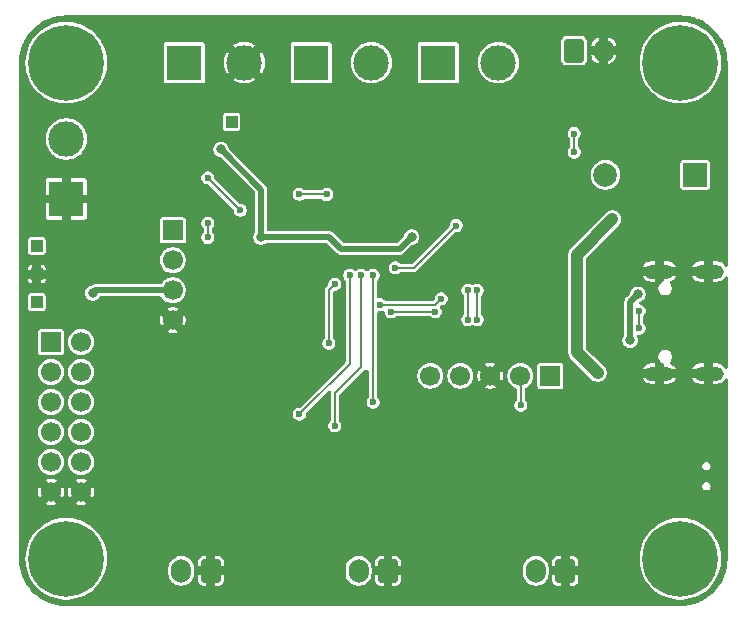
<source format=gbr>
%TF.GenerationSoftware,KiCad,Pcbnew,9.0.3*%
%TF.CreationDate,2025-07-30T10:18:58+02:00*%
%TF.ProjectId,Filament dryer oven control board,46696c61-6d65-46e7-9420-647279657220,1.0*%
%TF.SameCoordinates,Original*%
%TF.FileFunction,Copper,L2,Bot*%
%TF.FilePolarity,Positive*%
%FSLAX46Y46*%
G04 Gerber Fmt 4.6, Leading zero omitted, Abs format (unit mm)*
G04 Created by KiCad (PCBNEW 9.0.3) date 2025-07-30 10:18:58*
%MOMM*%
%LPD*%
G01*
G04 APERTURE LIST*
G04 Aperture macros list*
%AMRoundRect*
0 Rectangle with rounded corners*
0 $1 Rounding radius*
0 $2 $3 $4 $5 $6 $7 $8 $9 X,Y pos of 4 corners*
0 Add a 4 corners polygon primitive as box body*
4,1,4,$2,$3,$4,$5,$6,$7,$8,$9,$2,$3,0*
0 Add four circle primitives for the rounded corners*
1,1,$1+$1,$2,$3*
1,1,$1+$1,$4,$5*
1,1,$1+$1,$6,$7*
1,1,$1+$1,$8,$9*
0 Add four rect primitives between the rounded corners*
20,1,$1+$1,$2,$3,$4,$5,0*
20,1,$1+$1,$4,$5,$6,$7,0*
20,1,$1+$1,$6,$7,$8,$9,0*
20,1,$1+$1,$8,$9,$2,$3,0*%
G04 Aperture macros list end*
%TA.AperFunction,ComponentPad*%
%ADD10O,2.500000X1.250000*%
%TD*%
%TA.AperFunction,ComponentPad*%
%ADD11C,0.800000*%
%TD*%
%TA.AperFunction,ComponentPad*%
%ADD12C,6.400000*%
%TD*%
%TA.AperFunction,ComponentPad*%
%ADD13R,1.000000X1.000000*%
%TD*%
%TA.AperFunction,ComponentPad*%
%ADD14R,1.700000X1.700000*%
%TD*%
%TA.AperFunction,ComponentPad*%
%ADD15C,1.700000*%
%TD*%
%TA.AperFunction,ComponentPad*%
%ADD16R,3.000000X3.000000*%
%TD*%
%TA.AperFunction,ComponentPad*%
%ADD17C,3.000000*%
%TD*%
%TA.AperFunction,ComponentPad*%
%ADD18R,2.000000X2.000000*%
%TD*%
%TA.AperFunction,ComponentPad*%
%ADD19C,2.000000*%
%TD*%
%TA.AperFunction,ComponentPad*%
%ADD20RoundRect,0.250000X0.600000X0.750000X-0.600000X0.750000X-0.600000X-0.750000X0.600000X-0.750000X0*%
%TD*%
%TA.AperFunction,ComponentPad*%
%ADD21O,1.700000X2.000000*%
%TD*%
%TA.AperFunction,ComponentPad*%
%ADD22RoundRect,0.250000X-0.600000X-0.750000X0.600000X-0.750000X0.600000X0.750000X-0.600000X0.750000X0*%
%TD*%
%TA.AperFunction,ViaPad*%
%ADD23C,0.800000*%
%TD*%
%TA.AperFunction,ViaPad*%
%ADD24C,0.600000*%
%TD*%
%TA.AperFunction,Conductor*%
%ADD25C,1.000000*%
%TD*%
%TA.AperFunction,Conductor*%
%ADD26C,0.500000*%
%TD*%
%TA.AperFunction,Conductor*%
%ADD27C,0.200000*%
%TD*%
G04 APERTURE END LIST*
D10*
%TO.P,J1,13,SHIELD*%
%TO.N,GND*%
X154207500Y-80320000D03*
X158387500Y-80320000D03*
X154207500Y-71680000D03*
X158387500Y-71680000D03*
%TD*%
D11*
%TO.P,H2,1*%
%TO.N,N/C*%
X153600000Y-54000000D03*
X154302944Y-52302944D03*
X154302944Y-55697056D03*
X156000000Y-51600000D03*
D12*
X156000000Y-54000000D03*
D11*
X156000000Y-56400000D03*
X157697056Y-52302944D03*
X157697056Y-55697056D03*
X158400000Y-54000000D03*
%TD*%
D13*
%TO.P,TP1,1,1*%
%TO.N,/HEATER_CONN*%
X118000000Y-59000000D03*
%TD*%
D14*
%TO.P,J2,1,Pin_1*%
%TO.N,+3V3*%
X145000000Y-80500000D03*
D15*
%TO.P,J2,2,Pin_2*%
%TO.N,/SWCLK{slash}BOOT0*%
X142460000Y-80500000D03*
%TO.P,J2,3,Pin_3*%
%TO.N,GND*%
X139920000Y-80500000D03*
%TO.P,J2,4,Pin_4*%
%TO.N,/SWDIO*%
X137380000Y-80500000D03*
%TO.P,J2,5,Pin_5*%
%TO.N,/NRST*%
X134840000Y-80500000D03*
%TD*%
D11*
%TO.P,H3,1*%
%TO.N,N/C*%
X153600000Y-96000000D03*
X154302944Y-94302944D03*
X154302944Y-97697056D03*
X156000000Y-93600000D03*
D12*
X156000000Y-96000000D03*
D11*
X156000000Y-98400000D03*
X157697056Y-94302944D03*
X157697056Y-97697056D03*
X158400000Y-96000000D03*
%TD*%
D14*
%TO.P,J10,1,Pin_1*%
%TO.N,/AUX_SPI_SCK*%
X102725000Y-77650000D03*
D15*
%TO.P,J10,2,Pin_2*%
%TO.N,/AUX_SPI_MISO*%
X105265000Y-77650000D03*
%TO.P,J10,3,Pin_3*%
%TO.N,/AUX_SPI_MOSI*%
X102725000Y-80190000D03*
%TO.P,J10,4,Pin_4*%
%TO.N,/AUX_0*%
X105265000Y-80190000D03*
%TO.P,J10,5,Pin_5*%
%TO.N,/AUX_1*%
X102725000Y-82730000D03*
%TO.P,J10,6,Pin_6*%
%TO.N,/AUX_2*%
X105265000Y-82730000D03*
%TO.P,J10,7,Pin_7*%
%TO.N,/AUX_10*%
X102725000Y-85270000D03*
%TO.P,J10,8,Pin_8*%
%TO.N,/AUX_11*%
X105265000Y-85270000D03*
%TO.P,J10,9,Pin_9*%
%TO.N,+3V3*%
X102725000Y-87810000D03*
%TO.P,J10,10,Pin_10*%
%TO.N,/AUX_12*%
X105265000Y-87810000D03*
%TO.P,J10,11,Pin_11*%
%TO.N,GND*%
X102725000Y-90350000D03*
%TO.P,J10,12,Pin_12*%
X105265000Y-90350000D03*
%TD*%
D11*
%TO.P,H4,1*%
%TO.N,N/C*%
X101600000Y-96000000D03*
X102302944Y-94302944D03*
X102302944Y-97697056D03*
X104000000Y-93600000D03*
D12*
X104000000Y-96000000D03*
D11*
X104000000Y-98400000D03*
X105697056Y-94302944D03*
X105697056Y-97697056D03*
X106400000Y-96000000D03*
%TD*%
%TO.P,H1,1*%
%TO.N,N/C*%
X101600000Y-54000000D03*
X102302944Y-52302944D03*
X102302944Y-55697056D03*
X104000000Y-51600000D03*
D12*
X104000000Y-54000000D03*
D11*
X104000000Y-56400000D03*
X105697056Y-52302944D03*
X105697056Y-55697056D03*
X106400000Y-54000000D03*
%TD*%
D16*
%TO.P,J5,1,Pin_1*%
%TO.N,+5V*%
X124750000Y-54000000D03*
D17*
%TO.P,J5,2,Pin_2*%
%TO.N,/LED_LIGHT_DRAIN*%
X129830000Y-54000000D03*
%TD*%
D14*
%TO.P,U5,1,SDA*%
%TO.N,/I2C_SDA*%
X113025000Y-68200000D03*
D15*
%TO.P,U5,2,SCL*%
%TO.N,/I2C_SCL*%
X113025000Y-70740000D03*
%TO.P,U5,3,VCC*%
%TO.N,+3V3*%
X113025000Y-73280000D03*
%TO.P,U5,4,GND*%
%TO.N,GND*%
X113025000Y-75820000D03*
%TD*%
D13*
%TO.P,TP3,1,1*%
%TO.N,+5V*%
X101500000Y-69500000D03*
%TD*%
D18*
%TO.P,BZ1,1,+*%
%TO.N,+5V*%
X157250000Y-63500000D03*
D19*
%TO.P,BZ1,2,-*%
%TO.N,/BUZZER_DRAIN*%
X149650000Y-63500000D03*
%TD*%
D20*
%TO.P,J8,1,Pin_1*%
%TO.N,GND*%
X131250000Y-97025000D03*
D21*
%TO.P,J8,2,Pin_2*%
%TO.N,/BUTTON2*%
X128750000Y-97025000D03*
%TD*%
D20*
%TO.P,J7,1,Pin_1*%
%TO.N,GND*%
X116250000Y-97025000D03*
D21*
%TO.P,J7,2,Pin_2*%
%TO.N,/BUTTON1*%
X113750000Y-97025000D03*
%TD*%
D22*
%TO.P,J11,1,Pin_1*%
%TO.N,Net-(J11-Pin_1)*%
X147000000Y-52975000D03*
D21*
%TO.P,J11,2,Pin_2*%
%TO.N,GND*%
X149500000Y-52975000D03*
%TD*%
D16*
%TO.P,J4,1,Pin_1*%
%TO.N,GND*%
X104000000Y-65540000D03*
D17*
%TO.P,J4,2,Pin_2*%
%TO.N,/PW+*%
X104000000Y-60460000D03*
%TD*%
D13*
%TO.P,TP4,1,1*%
%TO.N,+3V3*%
X101500000Y-74250000D03*
%TD*%
D16*
%TO.P,J6,1,Pin_1*%
%TO.N,+5V*%
X135500000Y-54000000D03*
D17*
%TO.P,J6,2,Pin_2*%
%TO.N,/LED_HEATER_DRAIN*%
X140580000Y-54000000D03*
%TD*%
D13*
%TO.P,TP2,1,1*%
%TO.N,GND*%
X101500000Y-71900000D03*
%TD*%
D16*
%TO.P,J3,1,Pin_1*%
%TO.N,/HEATER_CONN*%
X114000000Y-54000000D03*
D17*
%TO.P,J3,2,Pin_2*%
%TO.N,GND*%
X119080000Y-54000000D03*
%TD*%
D20*
%TO.P,J9,1,Pin_1*%
%TO.N,GND*%
X146250000Y-97025000D03*
D21*
%TO.P,J9,2,Pin_2*%
%TO.N,/BUTTON3*%
X143750000Y-97025000D03*
%TD*%
D23*
%TO.N,+5V*%
X149000000Y-80250000D03*
X150250000Y-67250000D03*
%TO.N,GND*%
X141000000Y-77750000D03*
X132900000Y-84900000D03*
X117850000Y-91100000D03*
X140962500Y-71287500D03*
X136000000Y-62750000D03*
X146850000Y-86150000D03*
X110500000Y-69287500D03*
X124750000Y-90212500D03*
X147900000Y-91100000D03*
X140000000Y-62750000D03*
X111037500Y-66462500D03*
X153000000Y-85500000D03*
X127000000Y-59750000D03*
X158750000Y-84750000D03*
X132900000Y-91100000D03*
X117900000Y-84900000D03*
X120462500Y-77712500D03*
X149135000Y-73865000D03*
X132000000Y-62750000D03*
X124000000Y-62750000D03*
X139500000Y-90212500D03*
X109750000Y-90212500D03*
X109500000Y-52000000D03*
%TO.N,+3V3*%
X120500000Y-68750000D03*
X106250000Y-73500000D03*
X117100000Y-61345000D03*
X133250000Y-68750000D03*
D24*
%TO.N,/BUTTON1*%
X128000000Y-72000000D03*
X123750000Y-83750000D03*
%TO.N,/BUTTON2*%
X126750000Y-84750000D03*
X129000000Y-72000000D03*
%TO.N,/BUTTON3*%
X130000000Y-82750000D03*
X130000000Y-72000000D03*
D23*
%TO.N,/VBUS*%
X151750000Y-77500000D03*
X152400000Y-73600000D03*
D24*
%TO.N,/D+*%
X152500000Y-76500000D03*
X152500000Y-75000000D03*
%TO.N,/SWCLK{slash}BOOT0*%
X142500000Y-83000000D03*
X138800003Y-73250000D03*
X138800003Y-75750000D03*
%TO.N,/SWDIO*%
X138000000Y-73250000D03*
X138000000Y-75750000D03*
%TO.N,Net-(J11-Pin_1)*%
X147000000Y-61562500D03*
X126750000Y-72750000D03*
X131875000Y-71375000D03*
X147000000Y-60000000D03*
X126250000Y-77750000D03*
X137018329Y-67786657D03*
%TO.N,/HEATER*%
X118750000Y-66500000D03*
X116000000Y-63750000D03*
%TO.N,/I2C_SDA*%
X126050000Y-65157338D03*
X123750000Y-65155000D03*
%TO.N,/I2C_SCL*%
X116000000Y-68800000D03*
X116000000Y-67600000D03*
%TO.N,/UART_RX*%
X135750000Y-74000000D03*
X130600000Y-74500000D03*
%TO.N,/UART_TX*%
X131500000Y-75100000D03*
X135250000Y-75100000D03*
%TD*%
D25*
%TO.N,+5V*%
X147250000Y-78500000D02*
X149000000Y-80250000D01*
X147250000Y-70250000D02*
X147250000Y-78500000D01*
X150250000Y-67250000D02*
X147250000Y-70250000D01*
D26*
%TO.N,+3V3*%
X106250000Y-73500000D02*
X106470000Y-73280000D01*
X117100000Y-61345000D02*
X120500000Y-64745000D01*
X132250000Y-69750000D02*
X133250000Y-68750000D01*
X127250000Y-69750000D02*
X132250000Y-69750000D01*
X126250000Y-68750000D02*
X127250000Y-69750000D01*
X106470000Y-73280000D02*
X113025000Y-73280000D01*
X120500000Y-64745000D02*
X120500000Y-68750000D01*
X120500000Y-68750000D02*
X126250000Y-68750000D01*
D27*
%TO.N,/BUTTON1*%
X128000000Y-79500000D02*
X123750000Y-83750000D01*
X128000000Y-72000000D02*
X128000000Y-79500000D01*
%TO.N,/BUTTON2*%
X129000000Y-72000000D02*
X129000000Y-79750000D01*
X126750000Y-82000000D02*
X126750000Y-84750000D01*
X129000000Y-79750000D02*
X126750000Y-82000000D01*
%TO.N,/BUTTON3*%
X130000000Y-72000000D02*
X130000000Y-82750000D01*
D26*
%TO.N,/VBUS*%
X152400000Y-73600000D02*
X151750000Y-74250000D01*
X151750000Y-74250000D02*
X151750000Y-77500000D01*
D27*
%TO.N,/D+*%
X152500000Y-75000000D02*
X152500000Y-76500000D01*
%TO.N,/SWCLK{slash}BOOT0*%
X138800003Y-73250000D02*
X138800003Y-75750000D01*
X142500000Y-83000000D02*
X142500000Y-80540000D01*
X142500000Y-80540000D02*
X142460000Y-80500000D01*
%TO.N,/SWDIO*%
X138000000Y-75750000D02*
X138000000Y-73250000D01*
%TO.N,Net-(J11-Pin_1)*%
X126750000Y-72750000D02*
X126250000Y-73250000D01*
X131875000Y-71375000D02*
X133429986Y-71375000D01*
X133429986Y-71375000D02*
X137018329Y-67786657D01*
X147000000Y-61562500D02*
X147000000Y-60000000D01*
X126250000Y-73250000D02*
X126250000Y-77750000D01*
%TO.N,/HEATER*%
X116000000Y-63750000D02*
X118750000Y-66500000D01*
%TO.N,/I2C_SDA*%
X126050000Y-65157338D02*
X126047662Y-65155000D01*
X126047662Y-65155000D02*
X123750000Y-65155000D01*
%TO.N,/I2C_SCL*%
X116000000Y-68800000D02*
X116000000Y-67600000D01*
%TO.N,/UART_RX*%
X135250000Y-74500000D02*
X135750000Y-74000000D01*
X130600000Y-74500000D02*
X135250000Y-74500000D01*
%TO.N,/UART_TX*%
X131500000Y-75100000D02*
X135250000Y-75100000D01*
%TD*%
%TA.AperFunction,Conductor*%
%TO.N,GND*%
G36*
X156002855Y-50000632D02*
G01*
X156330403Y-50015775D01*
X156336794Y-50016237D01*
X156411695Y-50023614D01*
X156416651Y-50024204D01*
X156703199Y-50064176D01*
X156710207Y-50065360D01*
X156779026Y-50079049D01*
X156783093Y-50079932D01*
X157070629Y-50147560D01*
X157078174Y-50149589D01*
X157135880Y-50167094D01*
X157139134Y-50168132D01*
X157429215Y-50265358D01*
X157437189Y-50268342D01*
X157476884Y-50284784D01*
X157479425Y-50285871D01*
X157593993Y-50336458D01*
X157775511Y-50416606D01*
X157783870Y-50420678D01*
X157791179Y-50424584D01*
X157793972Y-50426077D01*
X157793995Y-50426089D01*
X157795757Y-50427049D01*
X158100456Y-50596767D01*
X158110190Y-50602794D01*
X158405512Y-50805093D01*
X158414649Y-50811994D01*
X158685419Y-51036838D01*
X158690035Y-51040671D01*
X158698499Y-51048387D01*
X158951612Y-51301500D01*
X158959328Y-51309964D01*
X159188003Y-51585347D01*
X159194906Y-51594487D01*
X159397205Y-51889809D01*
X159403232Y-51899543D01*
X159572890Y-52204134D01*
X159573909Y-52206003D01*
X159579320Y-52216128D01*
X159583392Y-52224487D01*
X159714111Y-52520537D01*
X159715237Y-52523168D01*
X159731641Y-52562769D01*
X159734653Y-52570818D01*
X159831840Y-52860785D01*
X159832929Y-52864196D01*
X159850401Y-52921794D01*
X159852446Y-52929399D01*
X159920051Y-53216838D01*
X159920963Y-53221038D01*
X159934633Y-53289764D01*
X159935826Y-53296823D01*
X159975793Y-53583341D01*
X159976385Y-53588318D01*
X159983759Y-53663186D01*
X159984224Y-53669613D01*
X159999368Y-53997145D01*
X159999500Y-54002872D01*
X159999500Y-71173417D01*
X159979815Y-71240456D01*
X159927011Y-71286211D01*
X159857853Y-71296155D01*
X159794297Y-71267130D01*
X159772398Y-71242308D01*
X159692157Y-71122220D01*
X159692154Y-71122216D01*
X159570283Y-71000345D01*
X159570279Y-71000342D01*
X159426974Y-70904588D01*
X159426961Y-70904581D01*
X159267732Y-70838627D01*
X159267720Y-70838624D01*
X159098683Y-70805000D01*
X158762500Y-70805000D01*
X158762500Y-71380000D01*
X157798004Y-71380000D01*
X157721704Y-71400444D01*
X157653295Y-71439940D01*
X157597440Y-71495795D01*
X157557944Y-71564204D01*
X157537500Y-71640504D01*
X157537500Y-71719496D01*
X157557944Y-71795796D01*
X157597440Y-71864205D01*
X157653295Y-71920060D01*
X157721704Y-71959556D01*
X157798004Y-71980000D01*
X158762500Y-71980000D01*
X158762500Y-72555000D01*
X159098682Y-72555000D01*
X159098684Y-72554999D01*
X159267720Y-72521375D01*
X159267732Y-72521372D01*
X159426961Y-72455418D01*
X159426974Y-72455411D01*
X159570279Y-72359657D01*
X159570283Y-72359654D01*
X159692157Y-72237780D01*
X159772398Y-72117691D01*
X159826010Y-72072886D01*
X159895335Y-72064179D01*
X159958362Y-72094333D01*
X159995082Y-72153776D01*
X159999500Y-72186582D01*
X159999500Y-79813417D01*
X159979815Y-79880456D01*
X159927011Y-79926211D01*
X159857853Y-79936155D01*
X159794297Y-79907130D01*
X159772398Y-79882308D01*
X159692157Y-79762220D01*
X159692154Y-79762216D01*
X159570283Y-79640345D01*
X159570279Y-79640342D01*
X159426974Y-79544588D01*
X159426961Y-79544581D01*
X159267732Y-79478627D01*
X159267720Y-79478624D01*
X159098683Y-79445000D01*
X158762500Y-79445000D01*
X158762500Y-80020000D01*
X157798004Y-80020000D01*
X157721704Y-80040444D01*
X157653295Y-80079940D01*
X157597440Y-80135795D01*
X157557944Y-80204204D01*
X157537500Y-80280504D01*
X157537500Y-80359496D01*
X157557944Y-80435796D01*
X157597440Y-80504205D01*
X157653295Y-80560060D01*
X157721704Y-80599556D01*
X157798004Y-80620000D01*
X158762500Y-80620000D01*
X158762500Y-81195000D01*
X159098682Y-81195000D01*
X159098684Y-81194999D01*
X159267720Y-81161375D01*
X159267732Y-81161372D01*
X159426961Y-81095418D01*
X159426974Y-81095411D01*
X159570279Y-80999657D01*
X159570283Y-80999654D01*
X159692157Y-80877780D01*
X159772398Y-80757691D01*
X159826010Y-80712886D01*
X159895335Y-80704179D01*
X159958362Y-80734333D01*
X159995082Y-80793776D01*
X159999500Y-80826582D01*
X159999500Y-95997127D01*
X159999368Y-96002854D01*
X159984224Y-96330385D01*
X159983759Y-96336812D01*
X159976385Y-96411680D01*
X159975793Y-96416657D01*
X159935826Y-96703175D01*
X159934633Y-96710234D01*
X159920963Y-96778960D01*
X159920051Y-96783160D01*
X159852446Y-97070599D01*
X159850401Y-97078204D01*
X159832929Y-97135802D01*
X159831840Y-97139213D01*
X159734653Y-97429180D01*
X159731641Y-97437229D01*
X159715237Y-97476830D01*
X159714111Y-97479461D01*
X159583392Y-97775511D01*
X159579320Y-97783870D01*
X159573909Y-97793995D01*
X159572876Y-97795889D01*
X159403234Y-98100452D01*
X159397205Y-98110190D01*
X159194906Y-98405512D01*
X159188003Y-98414652D01*
X158959328Y-98690035D01*
X158951612Y-98698499D01*
X158698499Y-98951612D01*
X158690035Y-98959328D01*
X158414652Y-99188003D01*
X158405512Y-99194906D01*
X158110190Y-99397205D01*
X158100452Y-99403234D01*
X157795889Y-99572876D01*
X157793995Y-99573909D01*
X157783870Y-99579320D01*
X157775511Y-99583392D01*
X157479461Y-99714111D01*
X157476830Y-99715237D01*
X157437229Y-99731641D01*
X157429180Y-99734653D01*
X157139213Y-99831840D01*
X157135802Y-99832929D01*
X157078204Y-99850401D01*
X157070599Y-99852446D01*
X156783160Y-99920051D01*
X156778960Y-99920963D01*
X156710234Y-99934633D01*
X156703175Y-99935826D01*
X156416657Y-99975793D01*
X156411680Y-99976385D01*
X156336812Y-99983759D01*
X156330385Y-99984224D01*
X156002855Y-99999368D01*
X155997128Y-99999500D01*
X104002872Y-99999500D01*
X103997145Y-99999368D01*
X103669613Y-99984224D01*
X103663186Y-99983759D01*
X103588318Y-99976385D01*
X103583341Y-99975793D01*
X103296823Y-99935826D01*
X103289764Y-99934633D01*
X103221038Y-99920963D01*
X103216838Y-99920051D01*
X102929399Y-99852446D01*
X102921794Y-99850401D01*
X102864196Y-99832929D01*
X102860785Y-99831840D01*
X102570818Y-99734653D01*
X102562779Y-99731644D01*
X102543269Y-99723563D01*
X102523168Y-99715237D01*
X102520537Y-99714111D01*
X102224487Y-99583392D01*
X102216128Y-99579320D01*
X102206003Y-99573909D01*
X102204165Y-99572907D01*
X101899546Y-99403234D01*
X101889809Y-99397205D01*
X101594487Y-99194906D01*
X101585347Y-99188003D01*
X101309964Y-98959328D01*
X101301500Y-98951612D01*
X101048387Y-98698499D01*
X101040671Y-98690035D01*
X100811996Y-98414652D01*
X100805093Y-98405512D01*
X100746522Y-98320009D01*
X100602794Y-98110190D01*
X100596765Y-98100453D01*
X100427049Y-97795757D01*
X100426089Y-97793995D01*
X100420678Y-97783870D01*
X100416606Y-97775511D01*
X100337982Y-97597445D01*
X100285871Y-97479425D01*
X100284784Y-97476884D01*
X100268342Y-97437189D01*
X100265358Y-97429215D01*
X100168132Y-97139134D01*
X100167094Y-97135880D01*
X100149589Y-97078174D01*
X100147560Y-97070629D01*
X100079932Y-96783093D01*
X100079049Y-96779026D01*
X100065360Y-96710207D01*
X100064176Y-96703199D01*
X100024204Y-96416651D01*
X100023613Y-96411680D01*
X100016239Y-96336812D01*
X100015774Y-96330385D01*
X100014286Y-96298208D01*
X100000632Y-96002854D01*
X100000500Y-95997128D01*
X100000500Y-95830488D01*
X100549500Y-95830488D01*
X100549500Y-96169512D01*
X100555179Y-96227172D01*
X100582729Y-96506901D01*
X100648870Y-96839410D01*
X100648871Y-96839414D01*
X100685200Y-96959174D01*
X100747284Y-97163841D01*
X100877024Y-97477060D01*
X100877026Y-97477065D01*
X101036831Y-97776039D01*
X101036842Y-97776057D01*
X101225184Y-98057930D01*
X101225194Y-98057944D01*
X101440269Y-98320014D01*
X101679985Y-98559730D01*
X101679990Y-98559734D01*
X101679991Y-98559735D01*
X101942061Y-98774810D01*
X102223949Y-98963162D01*
X102223958Y-98963167D01*
X102223960Y-98963168D01*
X102522934Y-99122973D01*
X102522936Y-99122973D01*
X102522942Y-99122977D01*
X102836160Y-99252716D01*
X103160586Y-99351129D01*
X103493096Y-99417270D01*
X103830488Y-99450500D01*
X103830491Y-99450500D01*
X104169509Y-99450500D01*
X104169512Y-99450500D01*
X104506904Y-99417270D01*
X104839414Y-99351129D01*
X105163840Y-99252716D01*
X105477058Y-99122977D01*
X105776051Y-98963162D01*
X106057939Y-98774810D01*
X106320009Y-98559735D01*
X106559735Y-98320009D01*
X106774810Y-98057939D01*
X106963162Y-97776051D01*
X107122977Y-97477058D01*
X107252716Y-97163840D01*
X107351129Y-96839414D01*
X107361279Y-96788389D01*
X112649500Y-96788389D01*
X112649500Y-97261611D01*
X112657677Y-97313239D01*
X112671418Y-97400000D01*
X112676598Y-97432701D01*
X112695516Y-97490925D01*
X112730128Y-97597447D01*
X112808768Y-97751788D01*
X112910586Y-97891928D01*
X113033072Y-98014414D01*
X113173212Y-98116232D01*
X113327555Y-98194873D01*
X113492299Y-98248402D01*
X113663389Y-98275500D01*
X113663390Y-98275500D01*
X113836610Y-98275500D01*
X113836611Y-98275500D01*
X114007701Y-98248402D01*
X114172445Y-98194873D01*
X114326788Y-98116232D01*
X114466928Y-98014414D01*
X114589414Y-97891928D01*
X114639607Y-97822844D01*
X115150000Y-97822844D01*
X115156401Y-97882372D01*
X115156403Y-97882379D01*
X115206645Y-98017086D01*
X115206649Y-98017093D01*
X115292809Y-98132187D01*
X115292812Y-98132190D01*
X115407906Y-98218350D01*
X115407913Y-98218354D01*
X115542620Y-98268596D01*
X115542627Y-98268598D01*
X115602155Y-98274999D01*
X115602172Y-98275000D01*
X115875000Y-98275000D01*
X116625000Y-98275000D01*
X116897828Y-98275000D01*
X116897844Y-98274999D01*
X116957372Y-98268598D01*
X116957379Y-98268596D01*
X117092086Y-98218354D01*
X117092093Y-98218350D01*
X117207187Y-98132190D01*
X117207190Y-98132187D01*
X117293350Y-98017093D01*
X117293354Y-98017086D01*
X117343596Y-97882379D01*
X117343598Y-97882372D01*
X117349999Y-97822844D01*
X117350000Y-97822827D01*
X117350000Y-97400000D01*
X116625000Y-97400000D01*
X116625000Y-98275000D01*
X115875000Y-98275000D01*
X115875000Y-97400000D01*
X115150000Y-97400000D01*
X115150000Y-97822844D01*
X114639607Y-97822844D01*
X114691232Y-97751788D01*
X114769873Y-97597445D01*
X114823402Y-97432701D01*
X114833607Y-97368265D01*
X114839789Y-97329240D01*
X114839789Y-97329239D01*
X114850500Y-97261611D01*
X114850500Y-96959174D01*
X115750000Y-96959174D01*
X115750000Y-97090826D01*
X115784075Y-97217993D01*
X115849901Y-97332007D01*
X115942993Y-97425099D01*
X116057007Y-97490925D01*
X116184174Y-97525000D01*
X116315826Y-97525000D01*
X116442993Y-97490925D01*
X116557007Y-97425099D01*
X116650099Y-97332007D01*
X116715925Y-97217993D01*
X116750000Y-97090826D01*
X116750000Y-96959174D01*
X116715925Y-96832007D01*
X116690742Y-96788389D01*
X127649500Y-96788389D01*
X127649500Y-97261611D01*
X127657677Y-97313239D01*
X127671418Y-97400000D01*
X127676598Y-97432701D01*
X127695516Y-97490925D01*
X127730128Y-97597447D01*
X127808768Y-97751788D01*
X127910586Y-97891928D01*
X128033072Y-98014414D01*
X128173212Y-98116232D01*
X128327555Y-98194873D01*
X128492299Y-98248402D01*
X128663389Y-98275500D01*
X128663390Y-98275500D01*
X128836610Y-98275500D01*
X128836611Y-98275500D01*
X129007701Y-98248402D01*
X129172445Y-98194873D01*
X129326788Y-98116232D01*
X129466928Y-98014414D01*
X129589414Y-97891928D01*
X129639607Y-97822844D01*
X130150000Y-97822844D01*
X130156401Y-97882372D01*
X130156403Y-97882379D01*
X130206645Y-98017086D01*
X130206649Y-98017093D01*
X130292809Y-98132187D01*
X130292812Y-98132190D01*
X130407906Y-98218350D01*
X130407913Y-98218354D01*
X130542620Y-98268596D01*
X130542627Y-98268598D01*
X130602155Y-98274999D01*
X130602172Y-98275000D01*
X130875000Y-98275000D01*
X131625000Y-98275000D01*
X131897828Y-98275000D01*
X131897844Y-98274999D01*
X131957372Y-98268598D01*
X131957379Y-98268596D01*
X132092086Y-98218354D01*
X132092093Y-98218350D01*
X132207187Y-98132190D01*
X132207190Y-98132187D01*
X132293350Y-98017093D01*
X132293354Y-98017086D01*
X132343596Y-97882379D01*
X132343598Y-97882372D01*
X132349999Y-97822844D01*
X132350000Y-97822827D01*
X132350000Y-97400000D01*
X131625000Y-97400000D01*
X131625000Y-98275000D01*
X130875000Y-98275000D01*
X130875000Y-97400000D01*
X130150000Y-97400000D01*
X130150000Y-97822844D01*
X129639607Y-97822844D01*
X129691232Y-97751788D01*
X129769873Y-97597445D01*
X129823402Y-97432701D01*
X129833607Y-97368265D01*
X129839789Y-97329240D01*
X129839789Y-97329239D01*
X129850500Y-97261611D01*
X129850500Y-96959174D01*
X130750000Y-96959174D01*
X130750000Y-97090826D01*
X130784075Y-97217993D01*
X130849901Y-97332007D01*
X130942993Y-97425099D01*
X131057007Y-97490925D01*
X131184174Y-97525000D01*
X131315826Y-97525000D01*
X131442993Y-97490925D01*
X131557007Y-97425099D01*
X131650099Y-97332007D01*
X131715925Y-97217993D01*
X131750000Y-97090826D01*
X131750000Y-96959174D01*
X131715925Y-96832007D01*
X131690742Y-96788389D01*
X142649500Y-96788389D01*
X142649500Y-97261611D01*
X142657677Y-97313239D01*
X142671418Y-97400000D01*
X142676598Y-97432701D01*
X142695516Y-97490925D01*
X142730128Y-97597447D01*
X142808768Y-97751788D01*
X142910586Y-97891928D01*
X143033072Y-98014414D01*
X143173212Y-98116232D01*
X143327555Y-98194873D01*
X143492299Y-98248402D01*
X143663389Y-98275500D01*
X143663390Y-98275500D01*
X143836610Y-98275500D01*
X143836611Y-98275500D01*
X144007701Y-98248402D01*
X144172445Y-98194873D01*
X144326788Y-98116232D01*
X144466928Y-98014414D01*
X144589414Y-97891928D01*
X144639607Y-97822844D01*
X145150000Y-97822844D01*
X145156401Y-97882372D01*
X145156403Y-97882379D01*
X145206645Y-98017086D01*
X145206649Y-98017093D01*
X145292809Y-98132187D01*
X145292812Y-98132190D01*
X145407906Y-98218350D01*
X145407913Y-98218354D01*
X145542620Y-98268596D01*
X145542627Y-98268598D01*
X145602155Y-98274999D01*
X145602172Y-98275000D01*
X145875000Y-98275000D01*
X146625000Y-98275000D01*
X146897828Y-98275000D01*
X146897844Y-98274999D01*
X146957372Y-98268598D01*
X146957379Y-98268596D01*
X147092086Y-98218354D01*
X147092093Y-98218350D01*
X147207187Y-98132190D01*
X147207190Y-98132187D01*
X147293350Y-98017093D01*
X147293354Y-98017086D01*
X147343596Y-97882379D01*
X147343598Y-97882372D01*
X147349999Y-97822844D01*
X147350000Y-97822827D01*
X147350000Y-97400000D01*
X146625000Y-97400000D01*
X146625000Y-98275000D01*
X145875000Y-98275000D01*
X145875000Y-97400000D01*
X145150000Y-97400000D01*
X145150000Y-97822844D01*
X144639607Y-97822844D01*
X144691232Y-97751788D01*
X144769873Y-97597445D01*
X144823402Y-97432701D01*
X144833607Y-97368265D01*
X144839789Y-97329240D01*
X144839789Y-97329239D01*
X144850500Y-97261611D01*
X144850500Y-96959174D01*
X145750000Y-96959174D01*
X145750000Y-97090826D01*
X145784075Y-97217993D01*
X145849901Y-97332007D01*
X145942993Y-97425099D01*
X146057007Y-97490925D01*
X146184174Y-97525000D01*
X146315826Y-97525000D01*
X146442993Y-97490925D01*
X146557007Y-97425099D01*
X146650099Y-97332007D01*
X146715925Y-97217993D01*
X146750000Y-97090826D01*
X146750000Y-96959174D01*
X146715925Y-96832007D01*
X146650099Y-96717993D01*
X146582106Y-96650000D01*
X146625000Y-96650000D01*
X147350000Y-96650000D01*
X147350000Y-96227172D01*
X147349999Y-96227155D01*
X147343598Y-96167627D01*
X147343596Y-96167620D01*
X147293354Y-96032913D01*
X147293350Y-96032906D01*
X147207190Y-95917812D01*
X147207187Y-95917809D01*
X147092093Y-95831649D01*
X147092086Y-95831645D01*
X147088984Y-95830488D01*
X152549500Y-95830488D01*
X152549500Y-96169512D01*
X152555179Y-96227172D01*
X152582729Y-96506901D01*
X152648870Y-96839410D01*
X152648871Y-96839414D01*
X152685200Y-96959174D01*
X152747284Y-97163841D01*
X152877024Y-97477060D01*
X152877026Y-97477065D01*
X153036831Y-97776039D01*
X153036842Y-97776057D01*
X153225184Y-98057930D01*
X153225194Y-98057944D01*
X153440269Y-98320014D01*
X153679985Y-98559730D01*
X153679990Y-98559734D01*
X153679991Y-98559735D01*
X153942061Y-98774810D01*
X154223949Y-98963162D01*
X154223958Y-98963167D01*
X154223960Y-98963168D01*
X154522934Y-99122973D01*
X154522936Y-99122973D01*
X154522942Y-99122977D01*
X154836160Y-99252716D01*
X155160586Y-99351129D01*
X155493096Y-99417270D01*
X155830488Y-99450500D01*
X155830491Y-99450500D01*
X156169509Y-99450500D01*
X156169512Y-99450500D01*
X156506904Y-99417270D01*
X156839414Y-99351129D01*
X157163840Y-99252716D01*
X157477058Y-99122977D01*
X157776051Y-98963162D01*
X158057939Y-98774810D01*
X158320009Y-98559735D01*
X158559735Y-98320009D01*
X158774810Y-98057939D01*
X158963162Y-97776051D01*
X159122977Y-97477058D01*
X159252716Y-97163840D01*
X159351129Y-96839414D01*
X159417270Y-96506904D01*
X159450500Y-96169512D01*
X159450500Y-95830488D01*
X159417270Y-95493096D01*
X159351129Y-95160586D01*
X159252716Y-94836160D01*
X159122977Y-94522942D01*
X158963162Y-94223949D01*
X158774810Y-93942061D01*
X158559735Y-93679991D01*
X158559734Y-93679990D01*
X158559730Y-93679985D01*
X158320014Y-93440269D01*
X158057944Y-93225194D01*
X158057943Y-93225193D01*
X158057939Y-93225190D01*
X157776051Y-93036838D01*
X157776046Y-93036835D01*
X157776039Y-93036831D01*
X157477065Y-92877026D01*
X157477060Y-92877024D01*
X157163841Y-92747284D01*
X156973382Y-92689509D01*
X156839414Y-92648871D01*
X156839411Y-92648870D01*
X156839410Y-92648870D01*
X156506901Y-92582729D01*
X156269199Y-92559318D01*
X156169512Y-92549500D01*
X155830488Y-92549500D01*
X155739738Y-92558437D01*
X155493098Y-92582729D01*
X155160589Y-92648870D01*
X154836158Y-92747284D01*
X154522939Y-92877024D01*
X154522934Y-92877026D01*
X154223960Y-93036831D01*
X154223942Y-93036842D01*
X153942069Y-93225184D01*
X153942055Y-93225194D01*
X153679985Y-93440269D01*
X153440269Y-93679985D01*
X153225194Y-93942055D01*
X153225184Y-93942069D01*
X153036842Y-94223942D01*
X153036831Y-94223960D01*
X152877026Y-94522934D01*
X152877024Y-94522939D01*
X152747284Y-94836158D01*
X152648870Y-95160589D01*
X152582729Y-95493098D01*
X152558437Y-95739738D01*
X152549500Y-95830488D01*
X147088984Y-95830488D01*
X146957379Y-95781403D01*
X146957372Y-95781401D01*
X146897844Y-95775000D01*
X146625000Y-95775000D01*
X146625000Y-96650000D01*
X146582106Y-96650000D01*
X146557007Y-96624901D01*
X146442993Y-96559075D01*
X146315826Y-96525000D01*
X146184174Y-96525000D01*
X146057007Y-96559075D01*
X145942993Y-96624901D01*
X145849901Y-96717993D01*
X145784075Y-96832007D01*
X145750000Y-96959174D01*
X144850500Y-96959174D01*
X144850500Y-96788389D01*
X144845897Y-96759325D01*
X144823402Y-96617299D01*
X144769873Y-96452555D01*
X144691232Y-96298212D01*
X144691230Y-96298208D01*
X144690163Y-96296740D01*
X144690160Y-96296737D01*
X144639606Y-96227155D01*
X145150000Y-96227155D01*
X145150000Y-96650000D01*
X145875000Y-96650000D01*
X145875000Y-95775000D01*
X145602155Y-95775000D01*
X145542627Y-95781401D01*
X145542620Y-95781403D01*
X145407913Y-95831645D01*
X145407906Y-95831649D01*
X145292812Y-95917809D01*
X145292809Y-95917812D01*
X145206649Y-96032906D01*
X145206645Y-96032913D01*
X145156403Y-96167620D01*
X145156401Y-96167627D01*
X145150000Y-96227155D01*
X144639606Y-96227155D01*
X144589414Y-96158072D01*
X144466928Y-96035586D01*
X144326788Y-95933768D01*
X144172445Y-95855127D01*
X144007701Y-95801598D01*
X144007699Y-95801597D01*
X144007698Y-95801597D01*
X143876271Y-95780781D01*
X143836611Y-95774500D01*
X143663389Y-95774500D01*
X143623728Y-95780781D01*
X143492302Y-95801597D01*
X143327552Y-95855128D01*
X143173211Y-95933768D01*
X143093256Y-95991859D01*
X143033072Y-96035586D01*
X143033070Y-96035588D01*
X143033069Y-96035588D01*
X142910588Y-96158069D01*
X142910588Y-96158070D01*
X142910586Y-96158072D01*
X142891055Y-96184954D01*
X142808768Y-96298211D01*
X142730128Y-96452552D01*
X142676597Y-96617302D01*
X142657971Y-96734906D01*
X142649500Y-96788389D01*
X131690742Y-96788389D01*
X131650099Y-96717993D01*
X131582106Y-96650000D01*
X131625000Y-96650000D01*
X132350000Y-96650000D01*
X132350000Y-96227172D01*
X132349999Y-96227155D01*
X132343598Y-96167627D01*
X132343596Y-96167620D01*
X132293354Y-96032913D01*
X132293350Y-96032906D01*
X132207190Y-95917812D01*
X132207187Y-95917809D01*
X132092093Y-95831649D01*
X132092086Y-95831645D01*
X131957379Y-95781403D01*
X131957372Y-95781401D01*
X131897844Y-95775000D01*
X131625000Y-95775000D01*
X131625000Y-96650000D01*
X131582106Y-96650000D01*
X131557007Y-96624901D01*
X131442993Y-96559075D01*
X131315826Y-96525000D01*
X131184174Y-96525000D01*
X131057007Y-96559075D01*
X130942993Y-96624901D01*
X130849901Y-96717993D01*
X130784075Y-96832007D01*
X130750000Y-96959174D01*
X129850500Y-96959174D01*
X129850500Y-96788389D01*
X129845897Y-96759325D01*
X129823402Y-96617299D01*
X129769873Y-96452555D01*
X129691232Y-96298212D01*
X129691230Y-96298208D01*
X129690163Y-96296740D01*
X129690160Y-96296737D01*
X129639606Y-96227155D01*
X130150000Y-96227155D01*
X130150000Y-96650000D01*
X130875000Y-96650000D01*
X130875000Y-95775000D01*
X130602155Y-95775000D01*
X130542627Y-95781401D01*
X130542620Y-95781403D01*
X130407913Y-95831645D01*
X130407906Y-95831649D01*
X130292812Y-95917809D01*
X130292809Y-95917812D01*
X130206649Y-96032906D01*
X130206645Y-96032913D01*
X130156403Y-96167620D01*
X130156401Y-96167627D01*
X130150000Y-96227155D01*
X129639606Y-96227155D01*
X129589414Y-96158072D01*
X129466928Y-96035586D01*
X129326788Y-95933768D01*
X129172445Y-95855127D01*
X129007701Y-95801598D01*
X129007699Y-95801597D01*
X129007698Y-95801597D01*
X128876271Y-95780781D01*
X128836611Y-95774500D01*
X128663389Y-95774500D01*
X128623728Y-95780781D01*
X128492302Y-95801597D01*
X128327552Y-95855128D01*
X128173211Y-95933768D01*
X128093256Y-95991859D01*
X128033072Y-96035586D01*
X128033070Y-96035588D01*
X128033069Y-96035588D01*
X127910588Y-96158069D01*
X127910588Y-96158070D01*
X127910586Y-96158072D01*
X127891055Y-96184954D01*
X127808768Y-96298211D01*
X127730128Y-96452552D01*
X127676597Y-96617302D01*
X127657971Y-96734906D01*
X127649500Y-96788389D01*
X116690742Y-96788389D01*
X116650099Y-96717993D01*
X116582106Y-96650000D01*
X116625000Y-96650000D01*
X117350000Y-96650000D01*
X117350000Y-96227172D01*
X117349999Y-96227155D01*
X117343598Y-96167627D01*
X117343596Y-96167620D01*
X117293354Y-96032913D01*
X117293350Y-96032906D01*
X117207190Y-95917812D01*
X117207187Y-95917809D01*
X117092093Y-95831649D01*
X117092086Y-95831645D01*
X116957379Y-95781403D01*
X116957372Y-95781401D01*
X116897844Y-95775000D01*
X116625000Y-95775000D01*
X116625000Y-96650000D01*
X116582106Y-96650000D01*
X116557007Y-96624901D01*
X116442993Y-96559075D01*
X116315826Y-96525000D01*
X116184174Y-96525000D01*
X116057007Y-96559075D01*
X115942993Y-96624901D01*
X115849901Y-96717993D01*
X115784075Y-96832007D01*
X115750000Y-96959174D01*
X114850500Y-96959174D01*
X114850500Y-96788389D01*
X114845897Y-96759325D01*
X114823402Y-96617299D01*
X114769873Y-96452555D01*
X114691232Y-96298212D01*
X114691230Y-96298208D01*
X114690163Y-96296740D01*
X114690160Y-96296737D01*
X114639606Y-96227155D01*
X115150000Y-96227155D01*
X115150000Y-96650000D01*
X115875000Y-96650000D01*
X115875000Y-95775000D01*
X115602155Y-95775000D01*
X115542627Y-95781401D01*
X115542620Y-95781403D01*
X115407913Y-95831645D01*
X115407906Y-95831649D01*
X115292812Y-95917809D01*
X115292809Y-95917812D01*
X115206649Y-96032906D01*
X115206645Y-96032913D01*
X115156403Y-96167620D01*
X115156401Y-96167627D01*
X115150000Y-96227155D01*
X114639606Y-96227155D01*
X114589414Y-96158072D01*
X114466928Y-96035586D01*
X114326788Y-95933768D01*
X114172445Y-95855127D01*
X114007701Y-95801598D01*
X114007699Y-95801597D01*
X114007698Y-95801597D01*
X113876271Y-95780781D01*
X113836611Y-95774500D01*
X113663389Y-95774500D01*
X113623728Y-95780781D01*
X113492302Y-95801597D01*
X113327552Y-95855128D01*
X113173211Y-95933768D01*
X113093256Y-95991859D01*
X113033072Y-96035586D01*
X113033070Y-96035588D01*
X113033069Y-96035588D01*
X112910588Y-96158069D01*
X112910588Y-96158070D01*
X112910586Y-96158072D01*
X112891055Y-96184954D01*
X112808768Y-96298211D01*
X112730128Y-96452552D01*
X112676597Y-96617302D01*
X112657971Y-96734906D01*
X112649500Y-96788389D01*
X107361279Y-96788389D01*
X107417270Y-96506904D01*
X107450500Y-96169512D01*
X107450500Y-95830488D01*
X107417270Y-95493096D01*
X107351129Y-95160586D01*
X107252716Y-94836160D01*
X107122977Y-94522942D01*
X106963162Y-94223949D01*
X106774810Y-93942061D01*
X106559735Y-93679991D01*
X106559734Y-93679990D01*
X106559730Y-93679985D01*
X106320014Y-93440269D01*
X106057944Y-93225194D01*
X106057943Y-93225193D01*
X106057939Y-93225190D01*
X105776051Y-93036838D01*
X105776046Y-93036835D01*
X105776039Y-93036831D01*
X105477065Y-92877026D01*
X105477060Y-92877024D01*
X105163841Y-92747284D01*
X104973382Y-92689509D01*
X104839414Y-92648871D01*
X104839411Y-92648870D01*
X104839410Y-92648870D01*
X104506901Y-92582729D01*
X104269199Y-92559318D01*
X104169512Y-92549500D01*
X103830488Y-92549500D01*
X103739738Y-92558437D01*
X103493098Y-92582729D01*
X103160589Y-92648870D01*
X102836158Y-92747284D01*
X102522939Y-92877024D01*
X102522934Y-92877026D01*
X102223960Y-93036831D01*
X102223942Y-93036842D01*
X101942069Y-93225184D01*
X101942055Y-93225194D01*
X101679985Y-93440269D01*
X101440269Y-93679985D01*
X101225194Y-93942055D01*
X101225184Y-93942069D01*
X101036842Y-94223942D01*
X101036831Y-94223960D01*
X100877026Y-94522934D01*
X100877024Y-94522939D01*
X100747284Y-94836158D01*
X100648870Y-95160589D01*
X100582729Y-95493098D01*
X100558437Y-95739738D01*
X100549500Y-95830488D01*
X100000500Y-95830488D01*
X100000500Y-91346852D01*
X102258476Y-91346852D01*
X102302746Y-91369410D01*
X102302749Y-91369411D01*
X102467413Y-91422913D01*
X102638429Y-91450000D01*
X102811571Y-91450000D01*
X102982584Y-91422914D01*
X103147251Y-91369409D01*
X103191523Y-91346852D01*
X104798476Y-91346852D01*
X104842746Y-91369410D01*
X104842749Y-91369411D01*
X105007413Y-91422913D01*
X105178429Y-91450000D01*
X105351571Y-91450000D01*
X105522584Y-91422914D01*
X105687251Y-91369409D01*
X105731523Y-91346852D01*
X105265001Y-90880330D01*
X105265000Y-90880330D01*
X104798476Y-91346852D01*
X103191523Y-91346852D01*
X102725001Y-90880330D01*
X102725000Y-90880330D01*
X102258476Y-91346852D01*
X100000500Y-91346852D01*
X100000500Y-90263428D01*
X101625000Y-90263428D01*
X101625000Y-90436571D01*
X101652086Y-90607585D01*
X101652086Y-90607588D01*
X101705589Y-90772251D01*
X101705589Y-90772252D01*
X101728146Y-90816523D01*
X102194670Y-90350000D01*
X102194670Y-90349999D01*
X102128845Y-90284174D01*
X102225000Y-90284174D01*
X102225000Y-90415826D01*
X102259075Y-90542993D01*
X102324901Y-90657007D01*
X102417993Y-90750099D01*
X102532007Y-90815925D01*
X102659174Y-90850000D01*
X102790826Y-90850000D01*
X102917993Y-90815925D01*
X103032007Y-90750099D01*
X103125099Y-90657007D01*
X103190925Y-90542993D01*
X103225000Y-90415826D01*
X103225000Y-90349999D01*
X103255330Y-90349999D01*
X103255330Y-90350001D01*
X103721852Y-90816523D01*
X103744409Y-90772251D01*
X103797914Y-90607584D01*
X103825000Y-90436571D01*
X103825000Y-90263428D01*
X104165000Y-90263428D01*
X104165000Y-90436571D01*
X104192086Y-90607585D01*
X104192086Y-90607588D01*
X104245589Y-90772251D01*
X104245589Y-90772252D01*
X104268146Y-90816523D01*
X104734670Y-90350000D01*
X104734670Y-90349999D01*
X104668845Y-90284174D01*
X104765000Y-90284174D01*
X104765000Y-90415826D01*
X104799075Y-90542993D01*
X104864901Y-90657007D01*
X104957993Y-90750099D01*
X105072007Y-90815925D01*
X105199174Y-90850000D01*
X105330826Y-90850000D01*
X105457993Y-90815925D01*
X105572007Y-90750099D01*
X105665099Y-90657007D01*
X105730925Y-90542993D01*
X105765000Y-90415826D01*
X105765000Y-90349999D01*
X105795330Y-90349999D01*
X105795330Y-90350001D01*
X106261852Y-90816523D01*
X106284409Y-90772251D01*
X106337914Y-90607584D01*
X106365000Y-90436571D01*
X106365000Y-90263428D01*
X106337913Y-90092414D01*
X106337913Y-90092411D01*
X106284411Y-89927749D01*
X106284410Y-89927747D01*
X106270559Y-89900563D01*
X106261852Y-89883476D01*
X105795330Y-90349999D01*
X105765000Y-90349999D01*
X105765000Y-90284174D01*
X105730925Y-90157007D01*
X105665099Y-90042993D01*
X105572007Y-89949901D01*
X105457993Y-89884075D01*
X105330826Y-89850000D01*
X105199174Y-89850000D01*
X105072007Y-89884075D01*
X104957993Y-89949901D01*
X104864901Y-90042993D01*
X104799075Y-90157007D01*
X104765000Y-90284174D01*
X104668845Y-90284174D01*
X104268146Y-89883475D01*
X104245589Y-89927748D01*
X104245588Y-89927751D01*
X104192086Y-90092411D01*
X104192086Y-90092414D01*
X104165000Y-90263428D01*
X103825000Y-90263428D01*
X103797913Y-90092414D01*
X103797913Y-90092411D01*
X103744411Y-89927749D01*
X103744410Y-89927746D01*
X103721852Y-89883476D01*
X103255330Y-90349999D01*
X103225000Y-90349999D01*
X103225000Y-90284174D01*
X103190925Y-90157007D01*
X103125099Y-90042993D01*
X103032007Y-89949901D01*
X102917993Y-89884075D01*
X102790826Y-89850000D01*
X102659174Y-89850000D01*
X102532007Y-89884075D01*
X102417993Y-89949901D01*
X102324901Y-90042993D01*
X102259075Y-90157007D01*
X102225000Y-90284174D01*
X102128845Y-90284174D01*
X101728146Y-89883475D01*
X101705589Y-89927748D01*
X101705588Y-89927751D01*
X101652086Y-90092411D01*
X101652086Y-90092414D01*
X101625000Y-90263428D01*
X100000500Y-90263428D01*
X100000500Y-89849134D01*
X157851068Y-89849134D01*
X157851068Y-89850865D01*
X157868196Y-89959008D01*
X157868197Y-89959012D01*
X157868198Y-89959016D01*
X157868540Y-89960073D01*
X157868729Y-89960654D01*
X157910683Y-90042993D01*
X157918443Y-90058222D01*
X157919455Y-90059614D01*
X157919457Y-90059616D01*
X157919460Y-90059620D01*
X157996879Y-90137039D01*
X157996882Y-90137041D01*
X157996886Y-90137045D01*
X157998278Y-90138057D01*
X158095847Y-90187771D01*
X158097484Y-90188302D01*
X158110541Y-90190370D01*
X158205635Y-90205432D01*
X158205640Y-90205432D01*
X158207365Y-90205432D01*
X158288235Y-90192622D01*
X158315516Y-90188302D01*
X158317153Y-90187771D01*
X158414722Y-90138057D01*
X158416114Y-90137045D01*
X158493545Y-90059614D01*
X158494557Y-90058222D01*
X158544271Y-89960653D01*
X158544802Y-89959016D01*
X158554060Y-89900563D01*
X158561932Y-89850865D01*
X158561932Y-89849134D01*
X158544803Y-89740991D01*
X158544802Y-89740984D01*
X158544271Y-89739347D01*
X158494557Y-89641778D01*
X158493545Y-89640386D01*
X158493541Y-89640382D01*
X158493539Y-89640379D01*
X158416120Y-89562960D01*
X158416116Y-89562957D01*
X158416114Y-89562955D01*
X158414722Y-89561943D01*
X158414721Y-89561942D01*
X158414719Y-89561941D01*
X158317154Y-89512229D01*
X158316573Y-89512040D01*
X158315516Y-89511698D01*
X158315512Y-89511697D01*
X158315508Y-89511696D01*
X158207365Y-89494568D01*
X158207360Y-89494568D01*
X158205640Y-89494568D01*
X158205635Y-89494568D01*
X158097491Y-89511696D01*
X158097485Y-89511697D01*
X158097484Y-89511698D01*
X158097006Y-89511852D01*
X158095845Y-89512229D01*
X157998280Y-89561941D01*
X157996879Y-89562960D01*
X157919460Y-89640379D01*
X157918441Y-89641780D01*
X157868729Y-89739345D01*
X157868196Y-89740991D01*
X157851068Y-89849134D01*
X100000500Y-89849134D01*
X100000500Y-89353146D01*
X102258475Y-89353146D01*
X102725000Y-89819670D01*
X102725001Y-89819670D01*
X103191523Y-89353146D01*
X104798475Y-89353146D01*
X105265000Y-89819670D01*
X105265001Y-89819670D01*
X105731523Y-89353146D01*
X105731523Y-89353145D01*
X105687252Y-89330589D01*
X105522586Y-89277086D01*
X105351571Y-89250000D01*
X105178429Y-89250000D01*
X105007414Y-89277086D01*
X105007411Y-89277086D01*
X104842751Y-89330588D01*
X104842748Y-89330589D01*
X104798475Y-89353146D01*
X103191523Y-89353146D01*
X103191523Y-89353145D01*
X103147252Y-89330589D01*
X102982586Y-89277086D01*
X102811571Y-89250000D01*
X102638429Y-89250000D01*
X102467414Y-89277086D01*
X102467411Y-89277086D01*
X102302751Y-89330588D01*
X102302748Y-89330589D01*
X102258475Y-89353146D01*
X100000500Y-89353146D01*
X100000500Y-87723389D01*
X101624500Y-87723389D01*
X101624500Y-87896610D01*
X101651597Y-88067697D01*
X101651597Y-88067699D01*
X101651598Y-88067701D01*
X101705127Y-88232445D01*
X101783768Y-88386788D01*
X101885586Y-88526928D01*
X102008072Y-88649414D01*
X102148212Y-88751232D01*
X102302555Y-88829873D01*
X102467299Y-88883402D01*
X102638389Y-88910500D01*
X102638390Y-88910500D01*
X102811610Y-88910500D01*
X102811611Y-88910500D01*
X102982701Y-88883402D01*
X103147445Y-88829873D01*
X103301788Y-88751232D01*
X103441928Y-88649414D01*
X103564414Y-88526928D01*
X103666232Y-88386788D01*
X103744873Y-88232445D01*
X103798402Y-88067701D01*
X103825500Y-87896611D01*
X103825500Y-87723389D01*
X104164500Y-87723389D01*
X104164500Y-87896610D01*
X104191597Y-88067697D01*
X104191597Y-88067699D01*
X104191598Y-88067701D01*
X104245127Y-88232445D01*
X104323768Y-88386788D01*
X104425586Y-88526928D01*
X104548072Y-88649414D01*
X104688212Y-88751232D01*
X104842555Y-88829873D01*
X105007299Y-88883402D01*
X105178389Y-88910500D01*
X105178390Y-88910500D01*
X105351610Y-88910500D01*
X105351611Y-88910500D01*
X105522701Y-88883402D01*
X105687445Y-88829873D01*
X105841788Y-88751232D01*
X105981928Y-88649414D01*
X106104414Y-88526928D01*
X106206232Y-88386788D01*
X106284873Y-88232445D01*
X106311943Y-88149134D01*
X157851068Y-88149134D01*
X157851068Y-88150865D01*
X157868196Y-88259008D01*
X157868197Y-88259012D01*
X157868198Y-88259016D01*
X157868540Y-88260073D01*
X157868729Y-88260654D01*
X157918441Y-88358219D01*
X157918443Y-88358222D01*
X157919455Y-88359614D01*
X157919457Y-88359616D01*
X157919460Y-88359620D01*
X157996879Y-88437039D01*
X157996882Y-88437041D01*
X157996886Y-88437045D01*
X157998278Y-88438057D01*
X158095847Y-88487771D01*
X158097484Y-88488302D01*
X158110541Y-88490370D01*
X158205635Y-88505432D01*
X158205640Y-88505432D01*
X158207365Y-88505432D01*
X158288235Y-88492622D01*
X158315516Y-88488302D01*
X158317153Y-88487771D01*
X158414722Y-88438057D01*
X158416114Y-88437045D01*
X158493545Y-88359614D01*
X158494557Y-88358222D01*
X158544271Y-88260653D01*
X158544802Y-88259016D01*
X158549122Y-88231735D01*
X158561932Y-88150865D01*
X158561932Y-88149134D01*
X158544803Y-88040991D01*
X158544802Y-88040984D01*
X158544271Y-88039347D01*
X158494557Y-87941778D01*
X158493545Y-87940386D01*
X158493541Y-87940382D01*
X158493539Y-87940379D01*
X158416120Y-87862960D01*
X158416116Y-87862957D01*
X158416114Y-87862955D01*
X158414722Y-87861943D01*
X158414721Y-87861942D01*
X158414719Y-87861941D01*
X158317154Y-87812229D01*
X158316573Y-87812040D01*
X158315516Y-87811698D01*
X158315512Y-87811697D01*
X158315508Y-87811696D01*
X158207365Y-87794568D01*
X158207360Y-87794568D01*
X158205640Y-87794568D01*
X158205635Y-87794568D01*
X158097491Y-87811696D01*
X158097485Y-87811697D01*
X158097484Y-87811698D01*
X158097006Y-87811852D01*
X158095845Y-87812229D01*
X157998280Y-87861941D01*
X157996879Y-87862960D01*
X157919460Y-87940379D01*
X157918441Y-87941780D01*
X157868729Y-88039345D01*
X157868196Y-88040991D01*
X157851068Y-88149134D01*
X106311943Y-88149134D01*
X106338402Y-88067701D01*
X106365500Y-87896611D01*
X106365500Y-87723389D01*
X106338402Y-87552299D01*
X106284873Y-87387555D01*
X106206232Y-87233212D01*
X106104414Y-87093072D01*
X105981928Y-86970586D01*
X105841788Y-86868768D01*
X105687445Y-86790127D01*
X105522701Y-86736598D01*
X105522699Y-86736597D01*
X105522698Y-86736597D01*
X105391271Y-86715781D01*
X105351611Y-86709500D01*
X105178389Y-86709500D01*
X105138728Y-86715781D01*
X105007302Y-86736597D01*
X104842552Y-86790128D01*
X104688211Y-86868768D01*
X104608256Y-86926859D01*
X104548072Y-86970586D01*
X104548070Y-86970588D01*
X104548069Y-86970588D01*
X104425588Y-87093069D01*
X104425588Y-87093070D01*
X104425586Y-87093072D01*
X104381859Y-87153256D01*
X104323768Y-87233211D01*
X104245128Y-87387552D01*
X104191597Y-87552302D01*
X104164500Y-87723389D01*
X103825500Y-87723389D01*
X103798402Y-87552299D01*
X103744873Y-87387555D01*
X103666232Y-87233212D01*
X103564414Y-87093072D01*
X103441928Y-86970586D01*
X103301788Y-86868768D01*
X103147445Y-86790127D01*
X102982701Y-86736598D01*
X102982699Y-86736597D01*
X102982698Y-86736597D01*
X102851271Y-86715781D01*
X102811611Y-86709500D01*
X102638389Y-86709500D01*
X102598728Y-86715781D01*
X102467302Y-86736597D01*
X102302552Y-86790128D01*
X102148211Y-86868768D01*
X102068256Y-86926859D01*
X102008072Y-86970586D01*
X102008070Y-86970588D01*
X102008069Y-86970588D01*
X101885588Y-87093069D01*
X101885588Y-87093070D01*
X101885586Y-87093072D01*
X101841859Y-87153256D01*
X101783768Y-87233211D01*
X101705128Y-87387552D01*
X101651597Y-87552302D01*
X101624500Y-87723389D01*
X100000500Y-87723389D01*
X100000500Y-85183389D01*
X101624500Y-85183389D01*
X101624500Y-85356611D01*
X101651598Y-85527701D01*
X101705127Y-85692445D01*
X101783768Y-85846788D01*
X101885586Y-85986928D01*
X102008072Y-86109414D01*
X102148212Y-86211232D01*
X102302555Y-86289873D01*
X102467299Y-86343402D01*
X102638389Y-86370500D01*
X102638390Y-86370500D01*
X102811610Y-86370500D01*
X102811611Y-86370500D01*
X102982701Y-86343402D01*
X103147445Y-86289873D01*
X103301788Y-86211232D01*
X103441928Y-86109414D01*
X103564414Y-85986928D01*
X103666232Y-85846788D01*
X103744873Y-85692445D01*
X103798402Y-85527701D01*
X103825500Y-85356611D01*
X103825500Y-85183389D01*
X104164500Y-85183389D01*
X104164500Y-85356611D01*
X104191598Y-85527701D01*
X104245127Y-85692445D01*
X104323768Y-85846788D01*
X104425586Y-85986928D01*
X104548072Y-86109414D01*
X104688212Y-86211232D01*
X104842555Y-86289873D01*
X105007299Y-86343402D01*
X105178389Y-86370500D01*
X105178390Y-86370500D01*
X105351610Y-86370500D01*
X105351611Y-86370500D01*
X105522701Y-86343402D01*
X105687445Y-86289873D01*
X105841788Y-86211232D01*
X105981928Y-86109414D01*
X106104414Y-85986928D01*
X106206232Y-85846788D01*
X106284873Y-85692445D01*
X106338402Y-85527701D01*
X106365500Y-85356611D01*
X106365500Y-85183389D01*
X106338402Y-85012299D01*
X106284873Y-84847555D01*
X106206232Y-84693212D01*
X106104414Y-84553072D01*
X105981928Y-84430586D01*
X105841788Y-84328768D01*
X105687445Y-84250127D01*
X105522701Y-84196598D01*
X105522699Y-84196597D01*
X105522698Y-84196597D01*
X105391271Y-84175781D01*
X105351611Y-84169500D01*
X105178389Y-84169500D01*
X105138728Y-84175781D01*
X105007302Y-84196597D01*
X104842552Y-84250128D01*
X104688211Y-84328768D01*
X104608256Y-84386859D01*
X104548072Y-84430586D01*
X104548070Y-84430588D01*
X104548069Y-84430588D01*
X104425588Y-84553069D01*
X104425588Y-84553070D01*
X104425586Y-84553072D01*
X104381859Y-84613256D01*
X104323768Y-84693211D01*
X104245128Y-84847552D01*
X104191597Y-85012302D01*
X104179605Y-85088017D01*
X104164500Y-85183389D01*
X103825500Y-85183389D01*
X103798402Y-85012299D01*
X103744873Y-84847555D01*
X103666232Y-84693212D01*
X103564414Y-84553072D01*
X103441928Y-84430586D01*
X103301788Y-84328768D01*
X103147445Y-84250127D01*
X102982701Y-84196598D01*
X102982699Y-84196597D01*
X102982698Y-84196597D01*
X102851271Y-84175781D01*
X102811611Y-84169500D01*
X102638389Y-84169500D01*
X102598728Y-84175781D01*
X102467302Y-84196597D01*
X102302552Y-84250128D01*
X102148211Y-84328768D01*
X102068256Y-84386859D01*
X102008072Y-84430586D01*
X102008070Y-84430588D01*
X102008069Y-84430588D01*
X101885588Y-84553069D01*
X101885588Y-84553070D01*
X101885586Y-84553072D01*
X101841859Y-84613256D01*
X101783768Y-84693211D01*
X101705128Y-84847552D01*
X101651597Y-85012302D01*
X101639605Y-85088017D01*
X101624500Y-85183389D01*
X100000500Y-85183389D01*
X100000500Y-82643389D01*
X101624500Y-82643389D01*
X101624500Y-82816610D01*
X101647604Y-82962488D01*
X101651598Y-82987701D01*
X101684192Y-83088015D01*
X101705128Y-83152447D01*
X101735719Y-83212485D01*
X101783768Y-83306788D01*
X101885586Y-83446928D01*
X102008072Y-83569414D01*
X102148212Y-83671232D01*
X102302555Y-83749873D01*
X102467299Y-83803402D01*
X102638389Y-83830500D01*
X102638390Y-83830500D01*
X102811610Y-83830500D01*
X102811611Y-83830500D01*
X102982701Y-83803402D01*
X103147445Y-83749873D01*
X103301788Y-83671232D01*
X103441928Y-83569414D01*
X103564414Y-83446928D01*
X103666232Y-83306788D01*
X103744873Y-83152445D01*
X103798402Y-82987701D01*
X103825500Y-82816611D01*
X103825500Y-82643389D01*
X104164500Y-82643389D01*
X104164500Y-82816610D01*
X104187604Y-82962488D01*
X104191598Y-82987701D01*
X104224192Y-83088015D01*
X104245128Y-83152447D01*
X104275719Y-83212485D01*
X104323768Y-83306788D01*
X104425586Y-83446928D01*
X104548072Y-83569414D01*
X104688212Y-83671232D01*
X104842555Y-83749873D01*
X105007299Y-83803402D01*
X105178389Y-83830500D01*
X105178390Y-83830500D01*
X105351610Y-83830500D01*
X105351611Y-83830500D01*
X105522701Y-83803402D01*
X105687445Y-83749873D01*
X105829437Y-83677525D01*
X123199500Y-83677525D01*
X123199500Y-83822475D01*
X123237016Y-83962485D01*
X123237017Y-83962488D01*
X123309488Y-84088011D01*
X123309490Y-84088013D01*
X123309491Y-84088015D01*
X123411985Y-84190509D01*
X123411986Y-84190510D01*
X123411988Y-84190511D01*
X123537511Y-84262982D01*
X123537512Y-84262982D01*
X123537515Y-84262984D01*
X123677525Y-84300500D01*
X123677528Y-84300500D01*
X123822472Y-84300500D01*
X123822475Y-84300500D01*
X123962485Y-84262984D01*
X124088015Y-84190509D01*
X124190509Y-84088015D01*
X124262984Y-83962485D01*
X124300500Y-83822475D01*
X124300500Y-83746544D01*
X124320185Y-83679505D01*
X124336819Y-83658863D01*
X125208171Y-82787511D01*
X126203189Y-81792492D01*
X126264510Y-81759009D01*
X126334202Y-81763993D01*
X126390135Y-81805865D01*
X126414552Y-81871329D01*
X126410643Y-81912267D01*
X126399500Y-81953854D01*
X126399500Y-84270614D01*
X126379815Y-84337653D01*
X126363181Y-84358295D01*
X126309493Y-84411982D01*
X126309488Y-84411988D01*
X126237017Y-84537511D01*
X126237016Y-84537515D01*
X126199500Y-84677525D01*
X126199500Y-84822475D01*
X126237016Y-84962485D01*
X126237017Y-84962488D01*
X126309488Y-85088011D01*
X126309490Y-85088013D01*
X126309491Y-85088015D01*
X126411985Y-85190509D01*
X126411986Y-85190510D01*
X126411988Y-85190511D01*
X126537511Y-85262982D01*
X126537512Y-85262982D01*
X126537515Y-85262984D01*
X126677525Y-85300500D01*
X126677528Y-85300500D01*
X126822472Y-85300500D01*
X126822475Y-85300500D01*
X126962485Y-85262984D01*
X127088015Y-85190509D01*
X127190509Y-85088015D01*
X127262984Y-84962485D01*
X127300500Y-84822475D01*
X127300500Y-84677525D01*
X127262984Y-84537515D01*
X127201249Y-84430588D01*
X127190511Y-84411988D01*
X127190506Y-84411982D01*
X127136819Y-84358295D01*
X127103334Y-84296972D01*
X127100500Y-84270614D01*
X127100500Y-82196544D01*
X127120185Y-82129505D01*
X127136819Y-82108863D01*
X129209363Y-80036319D01*
X129236290Y-80021615D01*
X129262109Y-80005023D01*
X129268309Y-80004131D01*
X129270686Y-80002834D01*
X129297044Y-80000000D01*
X129525500Y-80000000D01*
X129592539Y-80019685D01*
X129638294Y-80072489D01*
X129649500Y-80124000D01*
X129649500Y-82270614D01*
X129629815Y-82337653D01*
X129613181Y-82358295D01*
X129559493Y-82411982D01*
X129559488Y-82411988D01*
X129487017Y-82537511D01*
X129487016Y-82537515D01*
X129449500Y-82677525D01*
X129449500Y-82822475D01*
X129477649Y-82927527D01*
X129487017Y-82962488D01*
X129559488Y-83088011D01*
X129559490Y-83088013D01*
X129559491Y-83088015D01*
X129661985Y-83190509D01*
X129661986Y-83190510D01*
X129661988Y-83190511D01*
X129787511Y-83262982D01*
X129787512Y-83262982D01*
X129787515Y-83262984D01*
X129927525Y-83300500D01*
X129927528Y-83300500D01*
X130072472Y-83300500D01*
X130072475Y-83300500D01*
X130212485Y-83262984D01*
X130338015Y-83190509D01*
X130440509Y-83088015D01*
X130512984Y-82962485D01*
X130550500Y-82822475D01*
X130550500Y-82677525D01*
X130512984Y-82537515D01*
X130475331Y-82472299D01*
X130440511Y-82411988D01*
X130440506Y-82411982D01*
X130386819Y-82358295D01*
X130353334Y-82296972D01*
X130350500Y-82270614D01*
X130350500Y-80413389D01*
X133739500Y-80413389D01*
X133739500Y-80586610D01*
X133766579Y-80757585D01*
X133766598Y-80757701D01*
X133820127Y-80922445D01*
X133898768Y-81076788D01*
X134000586Y-81216928D01*
X134123072Y-81339414D01*
X134263212Y-81441232D01*
X134417555Y-81519873D01*
X134582299Y-81573402D01*
X134753389Y-81600500D01*
X134753390Y-81600500D01*
X134926610Y-81600500D01*
X134926611Y-81600500D01*
X135097701Y-81573402D01*
X135262445Y-81519873D01*
X135416788Y-81441232D01*
X135556928Y-81339414D01*
X135679414Y-81216928D01*
X135781232Y-81076788D01*
X135859873Y-80922445D01*
X135913402Y-80757701D01*
X135913421Y-80757585D01*
X135940500Y-80586610D01*
X135940500Y-80413389D01*
X136279500Y-80413389D01*
X136279500Y-80586610D01*
X136306579Y-80757585D01*
X136306598Y-80757701D01*
X136360127Y-80922445D01*
X136438768Y-81076788D01*
X136540586Y-81216928D01*
X136663072Y-81339414D01*
X136803212Y-81441232D01*
X136957555Y-81519873D01*
X137122299Y-81573402D01*
X137293389Y-81600500D01*
X137293390Y-81600500D01*
X137466610Y-81600500D01*
X137466611Y-81600500D01*
X137637701Y-81573402D01*
X137802445Y-81519873D01*
X137847627Y-81496852D01*
X139453476Y-81496852D01*
X139497746Y-81519410D01*
X139497749Y-81519411D01*
X139662413Y-81572913D01*
X139833429Y-81600000D01*
X140006571Y-81600000D01*
X140177584Y-81572914D01*
X140342251Y-81519409D01*
X140386523Y-81496852D01*
X139920001Y-81030330D01*
X139920000Y-81030330D01*
X139453476Y-81496852D01*
X137847627Y-81496852D01*
X137956788Y-81441232D01*
X138096928Y-81339414D01*
X138219414Y-81216928D01*
X138321232Y-81076788D01*
X138399873Y-80922445D01*
X138453402Y-80757701D01*
X138453421Y-80757585D01*
X138480500Y-80586610D01*
X138480500Y-80413428D01*
X138820000Y-80413428D01*
X138820000Y-80586571D01*
X138847086Y-80757585D01*
X138847086Y-80757588D01*
X138900589Y-80922251D01*
X138900589Y-80922252D01*
X138923146Y-80966523D01*
X139389670Y-80500000D01*
X139389670Y-80499999D01*
X139323845Y-80434174D01*
X139420000Y-80434174D01*
X139420000Y-80565826D01*
X139454075Y-80692993D01*
X139519901Y-80807007D01*
X139612993Y-80900099D01*
X139727007Y-80965925D01*
X139854174Y-81000000D01*
X139985826Y-81000000D01*
X140112993Y-80965925D01*
X140227007Y-80900099D01*
X140320099Y-80807007D01*
X140385925Y-80692993D01*
X140420000Y-80565826D01*
X140420000Y-80499999D01*
X140450330Y-80499999D01*
X140450330Y-80500001D01*
X140916852Y-80966523D01*
X140939409Y-80922251D01*
X140992914Y-80757584D01*
X141020000Y-80586571D01*
X141020000Y-80413428D01*
X141019994Y-80413389D01*
X141359500Y-80413389D01*
X141359500Y-80586610D01*
X141386579Y-80757585D01*
X141386598Y-80757701D01*
X141440127Y-80922445D01*
X141518768Y-81076788D01*
X141620586Y-81216928D01*
X141743072Y-81339414D01*
X141883212Y-81441232D01*
X142037553Y-81519872D01*
X142037554Y-81519872D01*
X142037555Y-81519873D01*
X142063817Y-81528406D01*
X142121492Y-81567841D01*
X142148691Y-81632199D01*
X142149500Y-81646337D01*
X142149500Y-82520614D01*
X142129815Y-82587653D01*
X142113181Y-82608295D01*
X142059493Y-82661982D01*
X142059488Y-82661988D01*
X141987017Y-82787511D01*
X141987016Y-82787515D01*
X141949500Y-82927525D01*
X141949500Y-83072475D01*
X141983537Y-83199500D01*
X141987017Y-83212488D01*
X142059488Y-83338011D01*
X142059490Y-83338013D01*
X142059491Y-83338015D01*
X142161985Y-83440509D01*
X142161986Y-83440510D01*
X142161988Y-83440511D01*
X142287511Y-83512982D01*
X142287512Y-83512982D01*
X142287515Y-83512984D01*
X142427525Y-83550500D01*
X142427528Y-83550500D01*
X142572472Y-83550500D01*
X142572475Y-83550500D01*
X142712485Y-83512984D01*
X142838015Y-83440509D01*
X142940509Y-83338015D01*
X143012984Y-83212485D01*
X143050500Y-83072475D01*
X143050500Y-82927525D01*
X143012984Y-82787515D01*
X142940509Y-82661985D01*
X142886819Y-82608295D01*
X142853334Y-82546972D01*
X142850500Y-82520614D01*
X142850500Y-81612137D01*
X142870185Y-81545098D01*
X142918206Y-81501652D01*
X143036786Y-81441233D01*
X143036785Y-81441233D01*
X143036788Y-81441232D01*
X143176928Y-81339414D01*
X143299414Y-81216928D01*
X143401232Y-81076788D01*
X143479873Y-80922445D01*
X143533402Y-80757701D01*
X143533421Y-80757585D01*
X143560500Y-80586610D01*
X143560500Y-80413389D01*
X143546329Y-80323918D01*
X143533402Y-80242299D01*
X143479873Y-80077555D01*
X143401232Y-79923212D01*
X143299414Y-79783072D01*
X143176928Y-79660586D01*
X143128390Y-79625321D01*
X143899500Y-79625321D01*
X143899500Y-81374678D01*
X143914032Y-81447735D01*
X143914033Y-81447739D01*
X143914034Y-81447740D01*
X143969399Y-81530601D01*
X144052260Y-81585966D01*
X144052264Y-81585967D01*
X144125321Y-81600499D01*
X144125324Y-81600500D01*
X144125326Y-81600500D01*
X145874676Y-81600500D01*
X145874677Y-81600499D01*
X145947740Y-81585966D01*
X146030601Y-81530601D01*
X146085966Y-81447740D01*
X146100500Y-81374674D01*
X146100500Y-79625326D01*
X146100500Y-79625323D01*
X146100499Y-79625321D01*
X146085967Y-79552264D01*
X146085966Y-79552260D01*
X146071779Y-79531028D01*
X146030601Y-79469399D01*
X145947740Y-79414034D01*
X145947739Y-79414033D01*
X145947735Y-79414032D01*
X145874677Y-79399500D01*
X145874674Y-79399500D01*
X144125326Y-79399500D01*
X144125323Y-79399500D01*
X144052264Y-79414032D01*
X144052260Y-79414033D01*
X143969399Y-79469399D01*
X143914033Y-79552260D01*
X143914032Y-79552264D01*
X143899500Y-79625321D01*
X143128390Y-79625321D01*
X143036788Y-79558768D01*
X142882445Y-79480127D01*
X142717701Y-79426598D01*
X142717699Y-79426597D01*
X142717698Y-79426597D01*
X142586271Y-79405781D01*
X142546611Y-79399500D01*
X142373389Y-79399500D01*
X142333728Y-79405781D01*
X142202302Y-79426597D01*
X142202299Y-79426598D01*
X142042172Y-79478627D01*
X142037552Y-79480128D01*
X141883211Y-79558768D01*
X141803256Y-79616859D01*
X141743072Y-79660586D01*
X141743070Y-79660588D01*
X141743069Y-79660588D01*
X141620588Y-79783069D01*
X141620588Y-79783070D01*
X141620586Y-79783072D01*
X141598539Y-79813417D01*
X141518768Y-79923211D01*
X141440128Y-80077552D01*
X141386597Y-80242302D01*
X141359500Y-80413389D01*
X141019994Y-80413389D01*
X140992913Y-80242414D01*
X140992913Y-80242411D01*
X140939411Y-80077749D01*
X140939410Y-80077746D01*
X140916852Y-80033476D01*
X140450330Y-80499999D01*
X140420000Y-80499999D01*
X140420000Y-80434174D01*
X140385925Y-80307007D01*
X140320099Y-80192993D01*
X140227007Y-80099901D01*
X140112993Y-80034075D01*
X139985826Y-80000000D01*
X139854174Y-80000000D01*
X139727007Y-80034075D01*
X139612993Y-80099901D01*
X139519901Y-80192993D01*
X139454075Y-80307007D01*
X139420000Y-80434174D01*
X139323845Y-80434174D01*
X138923146Y-80033475D01*
X138900589Y-80077748D01*
X138900588Y-80077751D01*
X138847086Y-80242411D01*
X138847086Y-80242414D01*
X138820000Y-80413428D01*
X138480500Y-80413428D01*
X138480500Y-80413389D01*
X138466329Y-80323918D01*
X138453402Y-80242299D01*
X138399873Y-80077555D01*
X138321232Y-79923212D01*
X138219414Y-79783072D01*
X138096928Y-79660586D01*
X137956788Y-79558768D01*
X137847623Y-79503146D01*
X139453475Y-79503146D01*
X139920000Y-79969670D01*
X139920001Y-79969670D01*
X140386523Y-79503146D01*
X140386523Y-79503145D01*
X140342252Y-79480589D01*
X140177586Y-79427086D01*
X140006571Y-79400000D01*
X139833429Y-79400000D01*
X139662414Y-79427086D01*
X139662411Y-79427086D01*
X139497751Y-79480588D01*
X139497748Y-79480589D01*
X139453475Y-79503146D01*
X137847623Y-79503146D01*
X137802445Y-79480127D01*
X137637701Y-79426598D01*
X137637699Y-79426597D01*
X137637698Y-79426597D01*
X137506271Y-79405781D01*
X137466611Y-79399500D01*
X137293389Y-79399500D01*
X137253728Y-79405781D01*
X137122302Y-79426597D01*
X137122299Y-79426598D01*
X136962172Y-79478627D01*
X136957552Y-79480128D01*
X136803211Y-79558768D01*
X136723256Y-79616859D01*
X136663072Y-79660586D01*
X136663070Y-79660588D01*
X136663069Y-79660588D01*
X136540588Y-79783069D01*
X136540588Y-79783070D01*
X136540586Y-79783072D01*
X136518539Y-79813417D01*
X136438768Y-79923211D01*
X136360128Y-80077552D01*
X136306597Y-80242302D01*
X136279500Y-80413389D01*
X135940500Y-80413389D01*
X135926329Y-80323918D01*
X135913402Y-80242299D01*
X135859873Y-80077555D01*
X135781232Y-79923212D01*
X135679414Y-79783072D01*
X135556928Y-79660586D01*
X135416788Y-79558768D01*
X135262445Y-79480127D01*
X135097701Y-79426598D01*
X135097699Y-79426597D01*
X135097698Y-79426597D01*
X134966271Y-79405781D01*
X134926611Y-79399500D01*
X134753389Y-79399500D01*
X134713728Y-79405781D01*
X134582302Y-79426597D01*
X134582299Y-79426598D01*
X134422172Y-79478627D01*
X134417552Y-79480128D01*
X134263211Y-79558768D01*
X134183256Y-79616859D01*
X134123072Y-79660586D01*
X134123070Y-79660588D01*
X134123069Y-79660588D01*
X134000588Y-79783069D01*
X134000588Y-79783070D01*
X134000586Y-79783072D01*
X133978539Y-79813417D01*
X133898768Y-79923211D01*
X133820128Y-80077552D01*
X133766597Y-80242302D01*
X133739500Y-80413389D01*
X130350500Y-80413389D01*
X130350500Y-78573920D01*
X146499499Y-78573920D01*
X146528340Y-78718907D01*
X146528343Y-78718917D01*
X146584914Y-78855492D01*
X146617812Y-78904727D01*
X146617813Y-78904730D01*
X146667046Y-78978414D01*
X146667052Y-78978421D01*
X148521578Y-80832947D01*
X148521581Y-80832949D01*
X148521584Y-80832952D01*
X148644506Y-80915084D01*
X148781088Y-80971659D01*
X148921830Y-80999654D01*
X148926078Y-81000499D01*
X148926082Y-81000500D01*
X148926083Y-81000500D01*
X149073919Y-81000500D01*
X149073920Y-81000499D01*
X149218913Y-80971659D01*
X149355495Y-80915084D01*
X149478416Y-80832952D01*
X149582952Y-80728416D01*
X149605280Y-80695000D01*
X152790737Y-80695000D01*
X152807085Y-80734468D01*
X152807086Y-80734471D01*
X152902842Y-80877779D01*
X152902845Y-80877783D01*
X153024716Y-80999654D01*
X153024720Y-80999657D01*
X153168025Y-81095411D01*
X153168038Y-81095418D01*
X153327267Y-81161372D01*
X153327279Y-81161375D01*
X153496315Y-81194999D01*
X153496318Y-81195000D01*
X153832500Y-81195000D01*
X154582500Y-81195000D01*
X154918682Y-81195000D01*
X154918684Y-81194999D01*
X155087720Y-81161375D01*
X155087732Y-81161372D01*
X155246961Y-81095418D01*
X155246974Y-81095411D01*
X155390279Y-80999657D01*
X155390283Y-80999654D01*
X155512154Y-80877783D01*
X155512157Y-80877779D01*
X155607913Y-80734471D01*
X155607914Y-80734468D01*
X155624263Y-80695000D01*
X156970737Y-80695000D01*
X156987085Y-80734468D01*
X156987086Y-80734471D01*
X157082842Y-80877779D01*
X157082845Y-80877783D01*
X157204716Y-80999654D01*
X157204720Y-80999657D01*
X157348025Y-81095411D01*
X157348038Y-81095418D01*
X157507267Y-81161372D01*
X157507279Y-81161375D01*
X157676315Y-81194999D01*
X157676318Y-81195000D01*
X158012500Y-81195000D01*
X158012500Y-80695000D01*
X156970737Y-80695000D01*
X155624263Y-80695000D01*
X154582500Y-80695000D01*
X154582500Y-81195000D01*
X153832500Y-81195000D01*
X153832500Y-80695000D01*
X152790737Y-80695000D01*
X149605280Y-80695000D01*
X149665084Y-80605495D01*
X149721659Y-80468913D01*
X149750500Y-80323918D01*
X149750500Y-80280504D01*
X153357500Y-80280504D01*
X153357500Y-80359496D01*
X153377944Y-80435796D01*
X153417440Y-80504205D01*
X153473295Y-80560060D01*
X153541704Y-80599556D01*
X153618004Y-80620000D01*
X154796996Y-80620000D01*
X154873296Y-80599556D01*
X154941705Y-80560060D01*
X154997560Y-80504205D01*
X155037056Y-80435796D01*
X155057500Y-80359496D01*
X155057500Y-80280504D01*
X155037056Y-80204204D01*
X154997560Y-80135795D01*
X154941705Y-80079940D01*
X154873296Y-80040444D01*
X154796996Y-80020000D01*
X153618004Y-80020000D01*
X153541704Y-80040444D01*
X153473295Y-80079940D01*
X153417440Y-80135795D01*
X153377944Y-80204204D01*
X153357500Y-80280504D01*
X149750500Y-80280504D01*
X149750500Y-80176083D01*
X149721659Y-80031088D01*
X149685999Y-79944999D01*
X152790736Y-79944999D01*
X152790737Y-79945000D01*
X153832500Y-79945000D01*
X153832500Y-79445000D01*
X153496317Y-79445000D01*
X153327279Y-79478624D01*
X153327267Y-79478627D01*
X153168038Y-79544581D01*
X153168025Y-79544588D01*
X153024720Y-79640342D01*
X153024716Y-79640345D01*
X152902845Y-79762216D01*
X152902842Y-79762220D01*
X152807086Y-79905528D01*
X152807085Y-79905531D01*
X152790736Y-79944999D01*
X149685999Y-79944999D01*
X149665084Y-79894506D01*
X149582952Y-79771584D01*
X149582947Y-79771579D01*
X149582947Y-79771578D01*
X148625076Y-78813707D01*
X154128000Y-78813707D01*
X154128000Y-78966293D01*
X154167492Y-79113678D01*
X154167493Y-79113681D01*
X154243782Y-79245817D01*
X154243784Y-79245819D01*
X154243785Y-79245821D01*
X154351679Y-79353715D01*
X154483822Y-79430008D01*
X154490590Y-79431821D01*
X154550250Y-79468182D01*
X154580782Y-79531028D01*
X154582500Y-79551596D01*
X154582500Y-79945000D01*
X155624263Y-79945000D01*
X155624263Y-79944999D01*
X156970736Y-79944999D01*
X156970737Y-79945000D01*
X158012500Y-79945000D01*
X158012500Y-79445000D01*
X157676317Y-79445000D01*
X157507279Y-79478624D01*
X157507267Y-79478627D01*
X157348038Y-79544581D01*
X157348025Y-79544588D01*
X157204720Y-79640342D01*
X157204716Y-79640345D01*
X157082845Y-79762216D01*
X157082842Y-79762220D01*
X156987086Y-79905528D01*
X156987085Y-79905531D01*
X156970736Y-79944999D01*
X155624263Y-79944999D01*
X155607914Y-79905531D01*
X155607913Y-79905528D01*
X155512157Y-79762220D01*
X155512154Y-79762216D01*
X155390283Y-79640345D01*
X155390279Y-79640342D01*
X155246974Y-79544588D01*
X155246965Y-79544583D01*
X155153596Y-79505909D01*
X155099193Y-79462068D01*
X155077128Y-79395774D01*
X155094407Y-79328075D01*
X155113361Y-79303674D01*
X155171215Y-79245821D01*
X155247508Y-79113678D01*
X155287000Y-78966293D01*
X155287000Y-78813707D01*
X155247508Y-78666322D01*
X155207911Y-78597739D01*
X155171217Y-78534182D01*
X155171212Y-78534176D01*
X155063323Y-78426287D01*
X155063317Y-78426282D01*
X154931181Y-78349993D01*
X154931182Y-78349993D01*
X154919095Y-78346754D01*
X154783793Y-78310500D01*
X154631207Y-78310500D01*
X154495904Y-78346754D01*
X154483818Y-78349993D01*
X154351682Y-78426282D01*
X154351676Y-78426287D01*
X154243787Y-78534176D01*
X154243782Y-78534182D01*
X154167493Y-78666318D01*
X154163666Y-78680600D01*
X154128000Y-78813707D01*
X148625076Y-78813707D01*
X148036819Y-78225450D01*
X148003334Y-78164127D01*
X148000500Y-78137769D01*
X148000500Y-77564071D01*
X151099499Y-77564071D01*
X151124497Y-77689738D01*
X151124499Y-77689744D01*
X151173533Y-77808124D01*
X151173538Y-77808133D01*
X151244723Y-77914668D01*
X151244726Y-77914672D01*
X151335327Y-78005273D01*
X151335331Y-78005276D01*
X151441866Y-78076461D01*
X151441872Y-78076464D01*
X151441873Y-78076465D01*
X151560256Y-78125501D01*
X151560260Y-78125501D01*
X151560261Y-78125502D01*
X151685928Y-78150500D01*
X151685931Y-78150500D01*
X151814071Y-78150500D01*
X151898615Y-78133682D01*
X151939744Y-78125501D01*
X152058127Y-78076465D01*
X152164669Y-78005276D01*
X152255276Y-77914669D01*
X152326465Y-77808127D01*
X152375501Y-77689744D01*
X152400500Y-77564069D01*
X152400500Y-77435931D01*
X152400500Y-77435928D01*
X152375502Y-77310261D01*
X152375501Y-77310260D01*
X152375501Y-77310256D01*
X152359081Y-77270614D01*
X152338925Y-77221952D01*
X152331456Y-77152483D01*
X152362731Y-77090004D01*
X152422821Y-77054352D01*
X152453486Y-77050500D01*
X152572472Y-77050500D01*
X152572475Y-77050500D01*
X152712485Y-77012984D01*
X152838015Y-76940509D01*
X152940509Y-76838015D01*
X153012984Y-76712485D01*
X153050500Y-76572475D01*
X153050500Y-76427525D01*
X153012984Y-76287515D01*
X153012411Y-76286523D01*
X152940511Y-76161988D01*
X152940506Y-76161982D01*
X152886819Y-76108295D01*
X152853334Y-76046972D01*
X152850500Y-76020614D01*
X152850500Y-75479386D01*
X152870185Y-75412347D01*
X152886819Y-75391705D01*
X152907047Y-75371477D01*
X152940509Y-75338015D01*
X153012984Y-75212485D01*
X153050500Y-75072475D01*
X153050500Y-74927525D01*
X153012984Y-74787515D01*
X153005571Y-74774676D01*
X152940511Y-74661988D01*
X152940506Y-74661982D01*
X152838017Y-74559493D01*
X152838011Y-74559488D01*
X152712488Y-74487017D01*
X152712489Y-74487017D01*
X152700988Y-74483935D01*
X152607436Y-74458867D01*
X152547778Y-74422504D01*
X152517249Y-74359657D01*
X152525544Y-74290281D01*
X152570029Y-74236403D01*
X152592076Y-74224534D01*
X152708127Y-74176465D01*
X152814669Y-74105276D01*
X152905276Y-74014669D01*
X152976465Y-73908127D01*
X153025501Y-73789744D01*
X153038315Y-73725326D01*
X153050500Y-73664071D01*
X153050500Y-73535928D01*
X153025502Y-73410261D01*
X153025501Y-73410260D01*
X153025501Y-73410256D01*
X152981212Y-73303334D01*
X152976466Y-73291875D01*
X152976461Y-73291866D01*
X152905276Y-73185331D01*
X152905273Y-73185327D01*
X152814672Y-73094726D01*
X152814668Y-73094723D01*
X152723352Y-73033707D01*
X154128000Y-73033707D01*
X154128000Y-73186293D01*
X154164490Y-73322475D01*
X154167493Y-73333681D01*
X154243782Y-73465817D01*
X154243784Y-73465819D01*
X154243785Y-73465821D01*
X154351679Y-73573715D01*
X154351680Y-73573716D01*
X154351682Y-73573717D01*
X154483818Y-73650006D01*
X154483819Y-73650006D01*
X154483822Y-73650008D01*
X154631207Y-73689500D01*
X154631210Y-73689500D01*
X154783790Y-73689500D01*
X154783793Y-73689500D01*
X154931178Y-73650008D01*
X155063321Y-73573715D01*
X155171215Y-73465821D01*
X155247508Y-73333678D01*
X155287000Y-73186293D01*
X155287000Y-73033707D01*
X155247508Y-72886322D01*
X155238937Y-72871477D01*
X155171217Y-72754182D01*
X155171212Y-72754176D01*
X155113368Y-72696332D01*
X155079883Y-72635009D01*
X155084867Y-72565317D01*
X155126739Y-72509384D01*
X155153597Y-72494089D01*
X155246970Y-72455413D01*
X155246974Y-72455411D01*
X155390279Y-72359657D01*
X155390283Y-72359654D01*
X155512154Y-72237783D01*
X155512157Y-72237779D01*
X155607913Y-72094471D01*
X155607914Y-72094468D01*
X155624263Y-72055000D01*
X156970737Y-72055000D01*
X156987085Y-72094468D01*
X156987086Y-72094471D01*
X157082842Y-72237779D01*
X157082845Y-72237783D01*
X157204716Y-72359654D01*
X157204720Y-72359657D01*
X157348025Y-72455411D01*
X157348038Y-72455418D01*
X157507267Y-72521372D01*
X157507279Y-72521375D01*
X157676315Y-72554999D01*
X157676318Y-72555000D01*
X158012500Y-72555000D01*
X158012500Y-72055000D01*
X156970737Y-72055000D01*
X155624263Y-72055000D01*
X154582500Y-72055000D01*
X154582500Y-72448402D01*
X154562815Y-72515441D01*
X154510011Y-72561196D01*
X154490602Y-72568175D01*
X154483820Y-72569992D01*
X154483818Y-72569993D01*
X154351682Y-72646282D01*
X154351676Y-72646287D01*
X154243787Y-72754176D01*
X154243782Y-72754182D01*
X154167493Y-72886318D01*
X154167492Y-72886322D01*
X154128000Y-73033707D01*
X152723352Y-73033707D01*
X152708133Y-73023538D01*
X152708124Y-73023533D01*
X152589744Y-72974499D01*
X152589738Y-72974497D01*
X152464071Y-72949500D01*
X152464069Y-72949500D01*
X152335931Y-72949500D01*
X152335929Y-72949500D01*
X152210261Y-72974497D01*
X152210255Y-72974499D01*
X152091875Y-73023533D01*
X152091866Y-73023538D01*
X151985331Y-73094723D01*
X151985327Y-73094726D01*
X151894726Y-73185327D01*
X151894723Y-73185331D01*
X151823538Y-73291866D01*
X151823533Y-73291875D01*
X151774499Y-73410255D01*
X151774497Y-73410260D01*
X151755160Y-73507473D01*
X151722774Y-73569383D01*
X151721224Y-73570961D01*
X151442686Y-73849500D01*
X151349502Y-73942683D01*
X151349500Y-73942686D01*
X151283608Y-74056812D01*
X151249500Y-74184108D01*
X151249500Y-77040567D01*
X151229815Y-77107606D01*
X151228602Y-77109457D01*
X151173541Y-77191861D01*
X151173533Y-77191875D01*
X151124499Y-77310255D01*
X151124497Y-77310261D01*
X151099500Y-77435928D01*
X151099500Y-77435931D01*
X151099500Y-77564069D01*
X151099500Y-77564071D01*
X151099499Y-77564071D01*
X148000500Y-77564071D01*
X148000500Y-72055000D01*
X152790737Y-72055000D01*
X152807085Y-72094468D01*
X152807086Y-72094471D01*
X152902842Y-72237779D01*
X152902845Y-72237783D01*
X153024716Y-72359654D01*
X153024720Y-72359657D01*
X153168025Y-72455411D01*
X153168038Y-72455418D01*
X153327267Y-72521372D01*
X153327279Y-72521375D01*
X153496315Y-72554999D01*
X153496318Y-72555000D01*
X153832500Y-72555000D01*
X153832500Y-72055000D01*
X152790737Y-72055000D01*
X148000500Y-72055000D01*
X148000500Y-71640504D01*
X153357500Y-71640504D01*
X153357500Y-71719496D01*
X153377944Y-71795796D01*
X153417440Y-71864205D01*
X153473295Y-71920060D01*
X153541704Y-71959556D01*
X153618004Y-71980000D01*
X154796996Y-71980000D01*
X154873296Y-71959556D01*
X154941705Y-71920060D01*
X154997560Y-71864205D01*
X155037056Y-71795796D01*
X155057500Y-71719496D01*
X155057500Y-71640504D01*
X155037056Y-71564204D01*
X154997560Y-71495795D01*
X154941705Y-71439940D01*
X154873296Y-71400444D01*
X154796996Y-71380000D01*
X153618004Y-71380000D01*
X153541704Y-71400444D01*
X153473295Y-71439940D01*
X153417440Y-71495795D01*
X153377944Y-71564204D01*
X153357500Y-71640504D01*
X148000500Y-71640504D01*
X148000500Y-71304999D01*
X152790736Y-71304999D01*
X152790737Y-71305000D01*
X153832500Y-71305000D01*
X154582500Y-71305000D01*
X155624263Y-71305000D01*
X155624263Y-71304999D01*
X156970736Y-71304999D01*
X156970737Y-71305000D01*
X158012500Y-71305000D01*
X158012500Y-70805000D01*
X157676317Y-70805000D01*
X157507279Y-70838624D01*
X157507267Y-70838627D01*
X157348038Y-70904581D01*
X157348025Y-70904588D01*
X157204720Y-71000342D01*
X157204716Y-71000345D01*
X157082845Y-71122216D01*
X157082842Y-71122220D01*
X156987086Y-71265528D01*
X156987085Y-71265531D01*
X156970736Y-71304999D01*
X155624263Y-71304999D01*
X155607914Y-71265531D01*
X155607913Y-71265528D01*
X155512157Y-71122220D01*
X155512154Y-71122216D01*
X155390283Y-71000345D01*
X155390279Y-71000342D01*
X155246974Y-70904588D01*
X155246961Y-70904581D01*
X155087732Y-70838627D01*
X155087720Y-70838624D01*
X154918683Y-70805000D01*
X154582500Y-70805000D01*
X154582500Y-71305000D01*
X153832500Y-71305000D01*
X153832500Y-70805000D01*
X153496317Y-70805000D01*
X153327279Y-70838624D01*
X153327267Y-70838627D01*
X153168038Y-70904581D01*
X153168025Y-70904588D01*
X153024720Y-71000342D01*
X153024716Y-71000345D01*
X152902845Y-71122216D01*
X152902842Y-71122220D01*
X152807086Y-71265528D01*
X152807085Y-71265531D01*
X152790736Y-71304999D01*
X148000500Y-71304999D01*
X148000500Y-70612229D01*
X148020185Y-70545190D01*
X148036819Y-70524548D01*
X150832948Y-67728419D01*
X150832952Y-67728415D01*
X150915084Y-67605494D01*
X150971659Y-67468912D01*
X151000500Y-67323917D01*
X151000500Y-67176082D01*
X150971659Y-67031087D01*
X150934139Y-66940506D01*
X150915085Y-66894506D01*
X150877336Y-66838011D01*
X150832952Y-66771584D01*
X150832950Y-66771582D01*
X150832948Y-66771579D01*
X150728420Y-66667051D01*
X150605493Y-66584914D01*
X150468913Y-66528341D01*
X150468905Y-66528339D01*
X150323922Y-66499500D01*
X150323918Y-66499500D01*
X150176083Y-66499500D01*
X150176078Y-66499500D01*
X150031095Y-66528339D01*
X150031087Y-66528341D01*
X149894507Y-66584914D01*
X149771580Y-66667051D01*
X149771579Y-66667052D01*
X146667050Y-69771580D01*
X146667044Y-69771588D01*
X146617812Y-69845268D01*
X146617813Y-69845269D01*
X146584921Y-69894496D01*
X146584914Y-69894508D01*
X146528342Y-70031086D01*
X146528340Y-70031092D01*
X146499500Y-70176079D01*
X146499500Y-70176082D01*
X146499500Y-78573918D01*
X146499500Y-78573920D01*
X146499499Y-78573920D01*
X130350500Y-78573920D01*
X130350500Y-75164665D01*
X130370185Y-75097626D01*
X130422989Y-75051871D01*
X130492147Y-75041927D01*
X130506576Y-75044886D01*
X130527525Y-75050500D01*
X130527528Y-75050500D01*
X130672472Y-75050500D01*
X130672475Y-75050500D01*
X130793410Y-75018095D01*
X130863255Y-75019758D01*
X130921118Y-75058920D01*
X130948623Y-75123148D01*
X130949500Y-75137870D01*
X130949500Y-75172475D01*
X130987016Y-75312485D01*
X130987017Y-75312488D01*
X131059488Y-75438011D01*
X131059490Y-75438013D01*
X131059491Y-75438015D01*
X131161985Y-75540509D01*
X131161986Y-75540510D01*
X131161988Y-75540511D01*
X131287511Y-75612982D01*
X131287512Y-75612982D01*
X131287515Y-75612984D01*
X131427525Y-75650500D01*
X131427528Y-75650500D01*
X131572472Y-75650500D01*
X131572475Y-75650500D01*
X131712485Y-75612984D01*
X131838015Y-75540509D01*
X131891705Y-75486819D01*
X131953028Y-75453334D01*
X131979386Y-75450500D01*
X134770614Y-75450500D01*
X134837653Y-75470185D01*
X134858295Y-75486819D01*
X134911985Y-75540509D01*
X134911986Y-75540510D01*
X134911988Y-75540511D01*
X135037511Y-75612982D01*
X135037512Y-75612982D01*
X135037515Y-75612984D01*
X135177525Y-75650500D01*
X135177528Y-75650500D01*
X135322472Y-75650500D01*
X135322475Y-75650500D01*
X135462485Y-75612984D01*
X135588015Y-75540509D01*
X135690509Y-75438015D01*
X135762984Y-75312485D01*
X135800500Y-75172475D01*
X135800500Y-75027525D01*
X135762984Y-74887515D01*
X135740019Y-74847739D01*
X135690511Y-74761988D01*
X135685562Y-74755539D01*
X135686630Y-74754719D01*
X135657220Y-74700858D01*
X135662204Y-74631166D01*
X135704076Y-74575233D01*
X135769540Y-74550816D01*
X135778386Y-74550500D01*
X135822472Y-74550500D01*
X135822475Y-74550500D01*
X135962485Y-74512984D01*
X136088015Y-74440509D01*
X136190509Y-74338015D01*
X136262984Y-74212485D01*
X136300500Y-74072475D01*
X136300500Y-73927525D01*
X136262984Y-73787515D01*
X136227077Y-73725323D01*
X136190511Y-73661988D01*
X136190506Y-73661982D01*
X136088017Y-73559493D01*
X136088011Y-73559488D01*
X135962488Y-73487017D01*
X135962489Y-73487017D01*
X135951006Y-73483940D01*
X135822475Y-73449500D01*
X135677525Y-73449500D01*
X135548993Y-73483940D01*
X135537511Y-73487017D01*
X135411988Y-73559488D01*
X135411982Y-73559493D01*
X135309493Y-73661982D01*
X135309488Y-73661988D01*
X135237017Y-73787511D01*
X135237016Y-73787515D01*
X135199500Y-73927525D01*
X135199500Y-73927527D01*
X135199500Y-74003456D01*
X135190855Y-74032896D01*
X135184332Y-74062883D01*
X135180577Y-74067898D01*
X135179815Y-74070495D01*
X135163181Y-74091137D01*
X135141137Y-74113181D01*
X135079814Y-74146666D01*
X135053456Y-74149500D01*
X131079386Y-74149500D01*
X131012347Y-74129815D01*
X130991705Y-74113181D01*
X130938017Y-74059493D01*
X130938011Y-74059488D01*
X130812488Y-73987017D01*
X130812489Y-73987017D01*
X130801006Y-73983940D01*
X130672475Y-73949500D01*
X130527525Y-73949500D01*
X130506592Y-73955108D01*
X130436743Y-73953446D01*
X130378881Y-73914283D01*
X130351377Y-73850055D01*
X130350500Y-73835334D01*
X130350500Y-73177525D01*
X137449500Y-73177525D01*
X137449500Y-73322475D01*
X137474856Y-73417103D01*
X137487017Y-73462488D01*
X137559488Y-73588011D01*
X137559493Y-73588017D01*
X137613181Y-73641705D01*
X137646666Y-73703028D01*
X137649500Y-73729386D01*
X137649500Y-75270614D01*
X137629815Y-75337653D01*
X137613181Y-75358295D01*
X137559493Y-75411982D01*
X137559488Y-75411988D01*
X137487017Y-75537511D01*
X137486214Y-75540509D01*
X137449500Y-75677525D01*
X137449500Y-75822475D01*
X137472034Y-75906571D01*
X137487017Y-75962488D01*
X137559488Y-76088011D01*
X137559490Y-76088013D01*
X137559491Y-76088015D01*
X137661985Y-76190509D01*
X137661986Y-76190510D01*
X137661988Y-76190511D01*
X137787511Y-76262982D01*
X137787512Y-76262982D01*
X137787515Y-76262984D01*
X137927525Y-76300500D01*
X137927528Y-76300500D01*
X138072472Y-76300500D01*
X138072475Y-76300500D01*
X138212485Y-76262984D01*
X138212487Y-76262982D01*
X138212489Y-76262982D01*
X138212490Y-76262981D01*
X138338001Y-76190516D01*
X138405900Y-76174043D01*
X138461998Y-76190514D01*
X138587518Y-76262984D01*
X138727528Y-76300500D01*
X138727531Y-76300500D01*
X138872475Y-76300500D01*
X138872478Y-76300500D01*
X139012488Y-76262984D01*
X139138018Y-76190509D01*
X139240512Y-76088015D01*
X139312987Y-75962485D01*
X139350503Y-75822475D01*
X139350503Y-75677525D01*
X139312987Y-75537515D01*
X139255540Y-75438015D01*
X139240514Y-75411988D01*
X139240509Y-75411982D01*
X139186822Y-75358295D01*
X139153337Y-75296972D01*
X139150503Y-75270614D01*
X139150503Y-73729386D01*
X139170188Y-73662347D01*
X139186822Y-73641705D01*
X139200005Y-73628522D01*
X139240512Y-73588015D01*
X139312987Y-73462485D01*
X139350503Y-73322475D01*
X139350503Y-73177525D01*
X139312987Y-73037515D01*
X139311414Y-73034791D01*
X139240514Y-72911988D01*
X139240509Y-72911982D01*
X139138020Y-72809493D01*
X139138014Y-72809488D01*
X139012491Y-72737017D01*
X139012492Y-72737017D01*
X139001009Y-72733940D01*
X138872478Y-72699500D01*
X138727528Y-72699500D01*
X138598996Y-72733940D01*
X138587514Y-72737017D01*
X138462001Y-72809482D01*
X138394100Y-72825955D01*
X138338001Y-72809482D01*
X138212488Y-72737017D01*
X138212489Y-72737017D01*
X138201006Y-72733940D01*
X138072475Y-72699500D01*
X137927525Y-72699500D01*
X137798993Y-72733940D01*
X137787511Y-72737017D01*
X137661988Y-72809488D01*
X137661982Y-72809493D01*
X137559493Y-72911982D01*
X137559488Y-72911988D01*
X137487017Y-73037511D01*
X137487016Y-73037515D01*
X137449500Y-73177525D01*
X130350500Y-73177525D01*
X130350500Y-72479386D01*
X130370185Y-72412347D01*
X130386819Y-72391705D01*
X130412319Y-72366205D01*
X130440509Y-72338015D01*
X130512984Y-72212485D01*
X130550500Y-72072475D01*
X130550500Y-71927525D01*
X130512984Y-71787515D01*
X130498148Y-71761819D01*
X130440511Y-71661988D01*
X130440506Y-71661982D01*
X130338017Y-71559493D01*
X130338011Y-71559488D01*
X130212488Y-71487017D01*
X130212489Y-71487017D01*
X130201006Y-71483940D01*
X130072475Y-71449500D01*
X129927525Y-71449500D01*
X129798993Y-71483940D01*
X129787511Y-71487017D01*
X129661988Y-71559488D01*
X129661982Y-71559493D01*
X129587681Y-71633795D01*
X129526358Y-71667280D01*
X129456666Y-71662296D01*
X129412319Y-71633795D01*
X129338017Y-71559493D01*
X129338011Y-71559488D01*
X129212488Y-71487017D01*
X129212489Y-71487017D01*
X129201006Y-71483940D01*
X129072475Y-71449500D01*
X128927525Y-71449500D01*
X128798993Y-71483940D01*
X128787511Y-71487017D01*
X128661988Y-71559488D01*
X128661982Y-71559493D01*
X128587681Y-71633795D01*
X128526358Y-71667280D01*
X128456666Y-71662296D01*
X128412319Y-71633795D01*
X128338017Y-71559493D01*
X128338011Y-71559488D01*
X128212488Y-71487017D01*
X128212489Y-71487017D01*
X128201006Y-71483940D01*
X128072475Y-71449500D01*
X127927525Y-71449500D01*
X127798993Y-71483940D01*
X127787511Y-71487017D01*
X127661988Y-71559488D01*
X127661982Y-71559493D01*
X127559493Y-71661982D01*
X127559488Y-71661988D01*
X127487017Y-71787511D01*
X127487016Y-71787515D01*
X127449500Y-71927525D01*
X127449500Y-72072475D01*
X127485439Y-72206598D01*
X127487017Y-72212488D01*
X127559488Y-72338011D01*
X127559493Y-72338017D01*
X127613181Y-72391705D01*
X127646666Y-72453028D01*
X127649500Y-72479386D01*
X127649500Y-79303456D01*
X127629815Y-79370495D01*
X127613181Y-79391137D01*
X123841137Y-83163181D01*
X123779814Y-83196666D01*
X123753456Y-83199500D01*
X123677525Y-83199500D01*
X123548993Y-83233940D01*
X123537511Y-83237017D01*
X123411988Y-83309488D01*
X123411982Y-83309493D01*
X123309493Y-83411982D01*
X123309488Y-83411988D01*
X123237017Y-83537511D01*
X123237016Y-83537515D01*
X123199500Y-83677525D01*
X105829437Y-83677525D01*
X105841788Y-83671232D01*
X105981928Y-83569414D01*
X106104414Y-83446928D01*
X106206232Y-83306788D01*
X106284873Y-83152445D01*
X106338402Y-82987701D01*
X106365500Y-82816611D01*
X106365500Y-82643389D01*
X106338402Y-82472299D01*
X106284873Y-82307555D01*
X106206232Y-82153212D01*
X106104414Y-82013072D01*
X105981928Y-81890586D01*
X105841788Y-81788768D01*
X105687445Y-81710127D01*
X105522701Y-81656598D01*
X105522699Y-81656597D01*
X105522698Y-81656597D01*
X105391271Y-81635781D01*
X105351611Y-81629500D01*
X105178389Y-81629500D01*
X105138728Y-81635781D01*
X105007302Y-81656597D01*
X104842552Y-81710128D01*
X104688211Y-81788768D01*
X104608256Y-81846859D01*
X104548072Y-81890586D01*
X104548070Y-81890588D01*
X104548069Y-81890588D01*
X104425588Y-82013069D01*
X104425588Y-82013070D01*
X104425586Y-82013072D01*
X104381859Y-82073256D01*
X104323768Y-82153211D01*
X104245128Y-82307552D01*
X104245127Y-82307554D01*
X104245127Y-82307555D01*
X104228640Y-82358295D01*
X104191597Y-82472302D01*
X104164500Y-82643389D01*
X103825500Y-82643389D01*
X103798402Y-82472299D01*
X103744873Y-82307555D01*
X103666232Y-82153212D01*
X103564414Y-82013072D01*
X103441928Y-81890586D01*
X103301788Y-81788768D01*
X103147445Y-81710127D01*
X102982701Y-81656598D01*
X102982699Y-81656597D01*
X102982698Y-81656597D01*
X102851271Y-81635781D01*
X102811611Y-81629500D01*
X102638389Y-81629500D01*
X102598728Y-81635781D01*
X102467302Y-81656597D01*
X102302552Y-81710128D01*
X102148211Y-81788768D01*
X102068256Y-81846859D01*
X102008072Y-81890586D01*
X102008070Y-81890588D01*
X102008069Y-81890588D01*
X101885588Y-82013069D01*
X101885588Y-82013070D01*
X101885586Y-82013072D01*
X101841859Y-82073256D01*
X101783768Y-82153211D01*
X101705128Y-82307552D01*
X101705127Y-82307554D01*
X101705127Y-82307555D01*
X101688640Y-82358295D01*
X101651597Y-82472302D01*
X101624500Y-82643389D01*
X100000500Y-82643389D01*
X100000500Y-80103389D01*
X101624500Y-80103389D01*
X101624500Y-80276610D01*
X101649455Y-80434174D01*
X101651598Y-80447701D01*
X101702868Y-80605494D01*
X101705128Y-80612447D01*
X101751867Y-80704179D01*
X101783768Y-80766788D01*
X101885586Y-80906928D01*
X102008072Y-81029414D01*
X102148212Y-81131232D01*
X102302555Y-81209873D01*
X102467299Y-81263402D01*
X102638389Y-81290500D01*
X102638390Y-81290500D01*
X102811610Y-81290500D01*
X102811611Y-81290500D01*
X102982701Y-81263402D01*
X103147445Y-81209873D01*
X103301788Y-81131232D01*
X103441928Y-81029414D01*
X103564414Y-80906928D01*
X103666232Y-80766788D01*
X103744873Y-80612445D01*
X103798402Y-80447701D01*
X103825500Y-80276611D01*
X103825500Y-80103389D01*
X104164500Y-80103389D01*
X104164500Y-80276610D01*
X104189455Y-80434174D01*
X104191598Y-80447701D01*
X104242868Y-80605494D01*
X104245128Y-80612447D01*
X104291867Y-80704179D01*
X104323768Y-80766788D01*
X104425586Y-80906928D01*
X104548072Y-81029414D01*
X104688212Y-81131232D01*
X104842555Y-81209873D01*
X105007299Y-81263402D01*
X105178389Y-81290500D01*
X105178390Y-81290500D01*
X105351610Y-81290500D01*
X105351611Y-81290500D01*
X105522701Y-81263402D01*
X105687445Y-81209873D01*
X105841788Y-81131232D01*
X105981928Y-81029414D01*
X106104414Y-80906928D01*
X106206232Y-80766788D01*
X106284873Y-80612445D01*
X106338402Y-80447701D01*
X106365500Y-80276611D01*
X106365500Y-80103389D01*
X106338402Y-79932299D01*
X106284873Y-79767555D01*
X106206232Y-79613212D01*
X106104414Y-79473072D01*
X105981928Y-79350586D01*
X105841788Y-79248768D01*
X105687445Y-79170127D01*
X105522701Y-79116598D01*
X105522699Y-79116597D01*
X105522698Y-79116597D01*
X105391271Y-79095781D01*
X105351611Y-79089500D01*
X105178389Y-79089500D01*
X105138728Y-79095781D01*
X105007302Y-79116597D01*
X104842552Y-79170128D01*
X104688211Y-79248768D01*
X104612941Y-79303456D01*
X104548072Y-79350586D01*
X104548070Y-79350588D01*
X104548069Y-79350588D01*
X104425588Y-79473069D01*
X104425588Y-79473070D01*
X104425586Y-79473072D01*
X104383478Y-79531028D01*
X104323768Y-79613211D01*
X104245128Y-79767552D01*
X104191597Y-79932302D01*
X104164500Y-80103389D01*
X103825500Y-80103389D01*
X103798402Y-79932299D01*
X103744873Y-79767555D01*
X103666232Y-79613212D01*
X103564414Y-79473072D01*
X103441928Y-79350586D01*
X103301788Y-79248768D01*
X103147445Y-79170127D01*
X102982701Y-79116598D01*
X102982699Y-79116597D01*
X102982698Y-79116597D01*
X102851271Y-79095781D01*
X102811611Y-79089500D01*
X102638389Y-79089500D01*
X102598728Y-79095781D01*
X102467302Y-79116597D01*
X102302552Y-79170128D01*
X102148211Y-79248768D01*
X102072941Y-79303456D01*
X102008072Y-79350586D01*
X102008070Y-79350588D01*
X102008069Y-79350588D01*
X101885588Y-79473069D01*
X101885588Y-79473070D01*
X101885586Y-79473072D01*
X101843478Y-79531028D01*
X101783768Y-79613211D01*
X101705128Y-79767552D01*
X101651597Y-79932302D01*
X101624500Y-80103389D01*
X100000500Y-80103389D01*
X100000500Y-76775321D01*
X101624500Y-76775321D01*
X101624500Y-78524678D01*
X101639032Y-78597735D01*
X101639033Y-78597739D01*
X101639034Y-78597740D01*
X101694399Y-78680601D01*
X101777260Y-78735966D01*
X101777264Y-78735967D01*
X101850321Y-78750499D01*
X101850324Y-78750500D01*
X101850326Y-78750500D01*
X103599676Y-78750500D01*
X103599677Y-78750499D01*
X103672740Y-78735966D01*
X103755601Y-78680601D01*
X103810966Y-78597740D01*
X103825500Y-78524674D01*
X103825500Y-77563389D01*
X104164500Y-77563389D01*
X104164500Y-77736610D01*
X104178099Y-77822475D01*
X104191598Y-77907701D01*
X104245127Y-78072445D01*
X104323768Y-78226788D01*
X104425586Y-78366928D01*
X104548072Y-78489414D01*
X104688212Y-78591232D01*
X104842555Y-78669873D01*
X105007299Y-78723402D01*
X105178389Y-78750500D01*
X105178390Y-78750500D01*
X105351610Y-78750500D01*
X105351611Y-78750500D01*
X105522701Y-78723402D01*
X105687445Y-78669873D01*
X105841788Y-78591232D01*
X105981928Y-78489414D01*
X106104414Y-78366928D01*
X106206232Y-78226788D01*
X106284873Y-78072445D01*
X106338402Y-77907701D01*
X106365500Y-77736611D01*
X106365500Y-77677525D01*
X125699500Y-77677525D01*
X125699500Y-77822475D01*
X125737016Y-77962485D01*
X125737017Y-77962488D01*
X125809488Y-78088011D01*
X125809490Y-78088013D01*
X125809491Y-78088015D01*
X125911985Y-78190509D01*
X125911986Y-78190510D01*
X125911988Y-78190511D01*
X126037511Y-78262982D01*
X126037512Y-78262982D01*
X126037515Y-78262984D01*
X126177525Y-78300500D01*
X126177528Y-78300500D01*
X126322472Y-78300500D01*
X126322475Y-78300500D01*
X126462485Y-78262984D01*
X126588015Y-78190509D01*
X126690509Y-78088015D01*
X126762984Y-77962485D01*
X126800500Y-77822475D01*
X126800500Y-77677525D01*
X126762984Y-77537515D01*
X126704334Y-77435931D01*
X126690511Y-77411988D01*
X126690506Y-77411982D01*
X126636819Y-77358295D01*
X126603334Y-77296972D01*
X126600500Y-77270614D01*
X126600500Y-73446544D01*
X126609144Y-73417103D01*
X126615668Y-73387117D01*
X126619422Y-73382101D01*
X126620185Y-73379505D01*
X126636819Y-73358863D01*
X126658863Y-73336819D01*
X126720186Y-73303334D01*
X126746544Y-73300500D01*
X126822472Y-73300500D01*
X126822475Y-73300500D01*
X126962485Y-73262984D01*
X127088015Y-73190509D01*
X127190509Y-73088015D01*
X127262984Y-72962485D01*
X127300500Y-72822475D01*
X127300500Y-72677525D01*
X127262984Y-72537515D01*
X127239904Y-72497540D01*
X127190511Y-72411988D01*
X127190506Y-72411982D01*
X127088017Y-72309493D01*
X127088011Y-72309488D01*
X126962488Y-72237017D01*
X126962489Y-72237017D01*
X126951006Y-72233940D01*
X126822475Y-72199500D01*
X126677525Y-72199500D01*
X126548993Y-72233940D01*
X126537511Y-72237017D01*
X126411988Y-72309488D01*
X126411982Y-72309493D01*
X126309493Y-72411982D01*
X126309488Y-72411988D01*
X126237017Y-72537511D01*
X126237016Y-72537515D01*
X126199500Y-72677525D01*
X126199500Y-72677527D01*
X126199500Y-72753456D01*
X126179815Y-72820495D01*
X126163181Y-72841137D01*
X125969531Y-73034786D01*
X125969527Y-73034791D01*
X125935420Y-73093868D01*
X125923386Y-73114710D01*
X125923386Y-73114711D01*
X125899500Y-73203856D01*
X125899500Y-77270614D01*
X125879815Y-77337653D01*
X125863181Y-77358295D01*
X125809493Y-77411982D01*
X125809488Y-77411988D01*
X125737017Y-77537511D01*
X125737016Y-77537515D01*
X125699500Y-77677525D01*
X106365500Y-77677525D01*
X106365500Y-77563389D01*
X106338402Y-77392299D01*
X106284873Y-77227555D01*
X106206232Y-77073212D01*
X106104414Y-76933072D01*
X105988194Y-76816852D01*
X112558476Y-76816852D01*
X112602746Y-76839410D01*
X112602749Y-76839411D01*
X112767413Y-76892913D01*
X112938429Y-76920000D01*
X113111571Y-76920000D01*
X113282584Y-76892914D01*
X113447251Y-76839409D01*
X113491523Y-76816852D01*
X113025001Y-76350330D01*
X113025000Y-76350330D01*
X112558476Y-76816852D01*
X105988194Y-76816852D01*
X105981928Y-76810586D01*
X105841788Y-76708768D01*
X105687445Y-76630127D01*
X105522701Y-76576598D01*
X105522699Y-76576597D01*
X105522698Y-76576597D01*
X105391271Y-76555781D01*
X105351611Y-76549500D01*
X105178389Y-76549500D01*
X105138728Y-76555781D01*
X105007302Y-76576597D01*
X104842552Y-76630128D01*
X104688211Y-76708768D01*
X104608256Y-76766859D01*
X104548072Y-76810586D01*
X104548070Y-76810588D01*
X104548069Y-76810588D01*
X104425588Y-76933069D01*
X104425588Y-76933070D01*
X104425586Y-76933072D01*
X104383053Y-76991613D01*
X104323768Y-77073211D01*
X104245128Y-77227552D01*
X104191597Y-77392302D01*
X104164500Y-77563389D01*
X103825500Y-77563389D01*
X103825500Y-76775326D01*
X103825500Y-76775323D01*
X103825499Y-76775321D01*
X103810967Y-76702264D01*
X103810966Y-76702260D01*
X103755601Y-76619399D01*
X103672740Y-76564034D01*
X103672739Y-76564033D01*
X103672735Y-76564032D01*
X103599677Y-76549500D01*
X103599674Y-76549500D01*
X101850326Y-76549500D01*
X101850323Y-76549500D01*
X101777264Y-76564032D01*
X101777260Y-76564033D01*
X101694399Y-76619399D01*
X101639033Y-76702260D01*
X101639032Y-76702264D01*
X101624500Y-76775321D01*
X100000500Y-76775321D01*
X100000500Y-75733428D01*
X111925000Y-75733428D01*
X111925000Y-75906571D01*
X111952086Y-76077585D01*
X111952086Y-76077588D01*
X112005589Y-76242251D01*
X112005589Y-76242252D01*
X112028146Y-76286523D01*
X112494670Y-75820000D01*
X112494670Y-75819999D01*
X112428845Y-75754174D01*
X112525000Y-75754174D01*
X112525000Y-75885826D01*
X112559075Y-76012993D01*
X112624901Y-76127007D01*
X112717993Y-76220099D01*
X112832007Y-76285925D01*
X112959174Y-76320000D01*
X113090826Y-76320000D01*
X113217993Y-76285925D01*
X113332007Y-76220099D01*
X113425099Y-76127007D01*
X113490925Y-76012993D01*
X113525000Y-75885826D01*
X113525000Y-75819999D01*
X113555330Y-75819999D01*
X113555330Y-75820001D01*
X114021852Y-76286523D01*
X114044409Y-76242251D01*
X114097914Y-76077584D01*
X114125000Y-75906571D01*
X114125000Y-75733428D01*
X114097913Y-75562414D01*
X114097913Y-75562411D01*
X114044411Y-75397749D01*
X114044410Y-75397746D01*
X114021852Y-75353476D01*
X113555330Y-75819999D01*
X113525000Y-75819999D01*
X113525000Y-75754174D01*
X113490925Y-75627007D01*
X113425099Y-75512993D01*
X113332007Y-75419901D01*
X113217993Y-75354075D01*
X113090826Y-75320000D01*
X112959174Y-75320000D01*
X112832007Y-75354075D01*
X112717993Y-75419901D01*
X112624901Y-75512993D01*
X112559075Y-75627007D01*
X112525000Y-75754174D01*
X112428845Y-75754174D01*
X112028146Y-75353475D01*
X112005589Y-75397748D01*
X112005588Y-75397751D01*
X111952086Y-75562411D01*
X111952086Y-75562414D01*
X111925000Y-75733428D01*
X100000500Y-75733428D01*
X100000500Y-73725321D01*
X100749500Y-73725321D01*
X100749500Y-74774678D01*
X100764032Y-74847735D01*
X100764033Y-74847739D01*
X100764034Y-74847740D01*
X100819399Y-74930601D01*
X100902260Y-74985966D01*
X100902264Y-74985967D01*
X100975321Y-75000499D01*
X100975324Y-75000500D01*
X100975326Y-75000500D01*
X102024676Y-75000500D01*
X102024677Y-75000499D01*
X102097740Y-74985966D01*
X102180601Y-74930601D01*
X102235966Y-74847740D01*
X102237117Y-74841956D01*
X102237118Y-74841953D01*
X102240859Y-74823146D01*
X112558475Y-74823146D01*
X113025000Y-75289670D01*
X113025001Y-75289670D01*
X113491523Y-74823146D01*
X113491523Y-74823145D01*
X113447252Y-74800589D01*
X113282586Y-74747086D01*
X113111571Y-74720000D01*
X112938429Y-74720000D01*
X112767414Y-74747086D01*
X112767411Y-74747086D01*
X112602751Y-74800588D01*
X112602748Y-74800589D01*
X112558475Y-74823146D01*
X102240859Y-74823146D01*
X102250499Y-74774678D01*
X102250500Y-74774676D01*
X102250500Y-73725323D01*
X102250499Y-73725321D01*
X102235967Y-73652264D01*
X102235966Y-73652260D01*
X102193041Y-73588017D01*
X102180601Y-73569399D01*
X102180577Y-73569383D01*
X102172627Y-73564071D01*
X105599499Y-73564071D01*
X105624497Y-73689738D01*
X105624499Y-73689744D01*
X105673533Y-73808124D01*
X105673538Y-73808133D01*
X105744723Y-73914668D01*
X105744726Y-73914672D01*
X105835327Y-74005273D01*
X105835331Y-74005276D01*
X105941866Y-74076461D01*
X105941872Y-74076464D01*
X105941873Y-74076465D01*
X106060256Y-74125501D01*
X106060260Y-74125501D01*
X106060261Y-74125502D01*
X106185928Y-74150500D01*
X106185931Y-74150500D01*
X106314071Y-74150500D01*
X106398615Y-74133682D01*
X106439744Y-74125501D01*
X106558127Y-74076465D01*
X106664669Y-74005276D01*
X106755276Y-73914669D01*
X106808102Y-73835609D01*
X106861714Y-73790804D01*
X106911204Y-73780500D01*
X111968910Y-73780500D01*
X112035949Y-73800185D01*
X112079393Y-73848202D01*
X112083765Y-73856783D01*
X112083770Y-73856792D01*
X112121066Y-73908124D01*
X112185586Y-73996928D01*
X112308072Y-74119414D01*
X112448212Y-74221232D01*
X112602555Y-74299873D01*
X112767299Y-74353402D01*
X112938389Y-74380500D01*
X112938390Y-74380500D01*
X113111610Y-74380500D01*
X113111611Y-74380500D01*
X113282701Y-74353402D01*
X113447445Y-74299873D01*
X113601788Y-74221232D01*
X113741928Y-74119414D01*
X113864414Y-73996928D01*
X113966232Y-73856788D01*
X114044873Y-73702445D01*
X114098402Y-73537701D01*
X114125500Y-73366611D01*
X114125500Y-73193389D01*
X114098402Y-73022299D01*
X114044873Y-72857555D01*
X113966232Y-72703212D01*
X113864414Y-72563072D01*
X113741928Y-72440586D01*
X113601788Y-72338768D01*
X113447445Y-72260127D01*
X113282701Y-72206598D01*
X113282699Y-72206597D01*
X113282698Y-72206597D01*
X113151271Y-72185781D01*
X113111611Y-72179500D01*
X112938389Y-72179500D01*
X112898728Y-72185781D01*
X112767302Y-72206597D01*
X112602552Y-72260128D01*
X112448211Y-72338768D01*
X112410448Y-72366205D01*
X112308072Y-72440586D01*
X112308070Y-72440588D01*
X112308069Y-72440588D01*
X112185588Y-72563069D01*
X112185588Y-72563070D01*
X112185586Y-72563072D01*
X112160040Y-72598232D01*
X112083770Y-72703207D01*
X112083765Y-72703216D01*
X112079393Y-72711798D01*
X112031418Y-72762592D01*
X111968910Y-72779500D01*
X106404108Y-72779500D01*
X106276814Y-72813608D01*
X106276811Y-72813609D01*
X106243422Y-72832887D01*
X106191776Y-72846725D01*
X106191991Y-72848903D01*
X106185928Y-72849499D01*
X106060261Y-72874497D01*
X106060255Y-72874499D01*
X105941875Y-72923533D01*
X105941866Y-72923538D01*
X105835331Y-72994723D01*
X105835327Y-72994726D01*
X105744726Y-73085327D01*
X105744723Y-73085331D01*
X105673538Y-73191866D01*
X105673533Y-73191875D01*
X105624499Y-73310255D01*
X105624497Y-73310261D01*
X105599500Y-73435928D01*
X105599500Y-73435931D01*
X105599500Y-73564069D01*
X105599500Y-73564071D01*
X105599499Y-73564071D01*
X102172627Y-73564071D01*
X102126037Y-73532941D01*
X102097739Y-73514033D01*
X102097735Y-73514032D01*
X102024677Y-73499500D01*
X102024674Y-73499500D01*
X100975326Y-73499500D01*
X100975323Y-73499500D01*
X100902264Y-73514032D01*
X100902260Y-73514033D01*
X100819399Y-73569399D01*
X100764033Y-73652260D01*
X100764032Y-73652264D01*
X100749500Y-73725321D01*
X100000500Y-73725321D01*
X100000500Y-72424628D01*
X100750000Y-72424628D01*
X100764503Y-72497540D01*
X100764505Y-72497544D01*
X100819760Y-72580239D01*
X100902455Y-72635494D01*
X100902459Y-72635496D01*
X100975371Y-72649999D01*
X100975374Y-72650000D01*
X101125000Y-72650000D01*
X101875000Y-72650000D01*
X102024626Y-72650000D01*
X102024628Y-72649999D01*
X102097540Y-72635496D01*
X102097544Y-72635494D01*
X102180239Y-72580239D01*
X102235494Y-72497544D01*
X102235496Y-72497540D01*
X102249999Y-72424628D01*
X102250000Y-72424626D01*
X102250000Y-72275000D01*
X101875000Y-72275000D01*
X101875000Y-72650000D01*
X101125000Y-72650000D01*
X101125000Y-72275000D01*
X100750000Y-72275000D01*
X100750000Y-72424628D01*
X100000500Y-72424628D01*
X100000500Y-71850272D01*
X101250000Y-71850272D01*
X101250000Y-71949728D01*
X101288060Y-72041614D01*
X101358386Y-72111940D01*
X101450272Y-72150000D01*
X101549728Y-72150000D01*
X101641614Y-72111940D01*
X101711940Y-72041614D01*
X101750000Y-71949728D01*
X101750000Y-71850272D01*
X101711940Y-71758386D01*
X101641614Y-71688060D01*
X101549728Y-71650000D01*
X101450272Y-71650000D01*
X101358386Y-71688060D01*
X101288060Y-71758386D01*
X101250000Y-71850272D01*
X100000500Y-71850272D01*
X100000500Y-71375371D01*
X100750000Y-71375371D01*
X100750000Y-71525000D01*
X101125000Y-71525000D01*
X101875000Y-71525000D01*
X102250000Y-71525000D01*
X102250000Y-71375373D01*
X102249999Y-71375371D01*
X102235496Y-71302459D01*
X102235494Y-71302455D01*
X102180239Y-71219760D01*
X102097544Y-71164505D01*
X102097540Y-71164503D01*
X102024627Y-71150000D01*
X101875000Y-71150000D01*
X101875000Y-71525000D01*
X101125000Y-71525000D01*
X101125000Y-71150000D01*
X100975373Y-71150000D01*
X100902459Y-71164503D01*
X100902455Y-71164505D01*
X100819760Y-71219760D01*
X100764505Y-71302455D01*
X100764503Y-71302459D01*
X100750000Y-71375371D01*
X100000500Y-71375371D01*
X100000500Y-70653389D01*
X111924500Y-70653389D01*
X111924500Y-70826610D01*
X111941586Y-70934491D01*
X111951598Y-70997701D01*
X112005127Y-71162445D01*
X112083768Y-71316788D01*
X112185586Y-71456928D01*
X112308072Y-71579414D01*
X112448212Y-71681232D01*
X112602555Y-71759873D01*
X112767299Y-71813402D01*
X112938389Y-71840500D01*
X112938390Y-71840500D01*
X113111610Y-71840500D01*
X113111611Y-71840500D01*
X113282701Y-71813402D01*
X113447445Y-71759873D01*
X113601788Y-71681232D01*
X113741928Y-71579414D01*
X113864414Y-71456928D01*
X113966232Y-71316788D01*
X113973499Y-71302525D01*
X131324500Y-71302525D01*
X131324500Y-71447475D01*
X131362016Y-71587485D01*
X131362017Y-71587488D01*
X131434488Y-71713011D01*
X131434490Y-71713013D01*
X131434491Y-71713015D01*
X131536985Y-71815509D01*
X131536986Y-71815510D01*
X131536988Y-71815511D01*
X131662511Y-71887982D01*
X131662512Y-71887982D01*
X131662515Y-71887984D01*
X131802525Y-71925500D01*
X131802528Y-71925500D01*
X131947472Y-71925500D01*
X131947475Y-71925500D01*
X132087485Y-71887984D01*
X132213015Y-71815509D01*
X132266705Y-71761819D01*
X132328028Y-71728334D01*
X132354386Y-71725500D01*
X133476128Y-71725500D01*
X133476130Y-71725500D01*
X133565274Y-71701614D01*
X133570356Y-71698680D01*
X133645198Y-71655470D01*
X135400080Y-69900588D01*
X136927191Y-68373476D01*
X136988514Y-68339991D01*
X137014872Y-68337157D01*
X137090801Y-68337157D01*
X137090804Y-68337157D01*
X137230814Y-68299641D01*
X137356344Y-68227166D01*
X137458838Y-68124672D01*
X137531313Y-67999142D01*
X137568829Y-67859132D01*
X137568829Y-67714182D01*
X137531313Y-67574172D01*
X137504382Y-67527527D01*
X137458840Y-67448645D01*
X137458835Y-67448639D01*
X137356346Y-67346150D01*
X137356340Y-67346145D01*
X137230817Y-67273674D01*
X137230818Y-67273674D01*
X137187194Y-67261985D01*
X137090804Y-67236157D01*
X136945854Y-67236157D01*
X136849464Y-67261985D01*
X136805840Y-67273674D01*
X136680317Y-67346145D01*
X136680311Y-67346150D01*
X136577822Y-67448639D01*
X136577817Y-67448645D01*
X136505346Y-67574168D01*
X136505345Y-67574172D01*
X136467829Y-67714182D01*
X136467829Y-67714184D01*
X136467829Y-67790113D01*
X136448144Y-67857152D01*
X136431510Y-67877794D01*
X133321123Y-70988181D01*
X133259800Y-71021666D01*
X133233442Y-71024500D01*
X132354386Y-71024500D01*
X132287347Y-71004815D01*
X132266705Y-70988181D01*
X132213017Y-70934493D01*
X132213011Y-70934488D01*
X132087488Y-70862017D01*
X132087489Y-70862017D01*
X132076006Y-70858940D01*
X131947475Y-70824500D01*
X131802525Y-70824500D01*
X131673993Y-70858940D01*
X131662511Y-70862017D01*
X131536988Y-70934488D01*
X131536982Y-70934493D01*
X131434493Y-71036982D01*
X131434488Y-71036988D01*
X131362017Y-71162511D01*
X131362016Y-71162515D01*
X131324500Y-71302525D01*
X113973499Y-71302525D01*
X114044873Y-71162445D01*
X114098402Y-70997701D01*
X114125500Y-70826611D01*
X114125500Y-70653389D01*
X114098402Y-70482299D01*
X114044873Y-70317555D01*
X113966232Y-70163212D01*
X113864414Y-70023072D01*
X113741928Y-69900586D01*
X113601788Y-69798768D01*
X113447445Y-69720127D01*
X113282701Y-69666598D01*
X113282699Y-69666597D01*
X113282698Y-69666597D01*
X113151271Y-69645781D01*
X113111611Y-69639500D01*
X112938389Y-69639500D01*
X112898728Y-69645781D01*
X112767302Y-69666597D01*
X112602552Y-69720128D01*
X112448211Y-69798768D01*
X112368256Y-69856859D01*
X112308072Y-69900586D01*
X112308070Y-69900588D01*
X112308069Y-69900588D01*
X112185588Y-70023069D01*
X112185588Y-70023070D01*
X112185586Y-70023072D01*
X112142548Y-70082309D01*
X112083768Y-70163211D01*
X112005128Y-70317552D01*
X111951597Y-70482302D01*
X111924500Y-70653389D01*
X100000500Y-70653389D01*
X100000500Y-68975321D01*
X100749500Y-68975321D01*
X100749500Y-70024678D01*
X100764032Y-70097735D01*
X100764033Y-70097739D01*
X100764034Y-70097740D01*
X100819399Y-70180601D01*
X100872965Y-70216392D01*
X100902260Y-70235966D01*
X100902264Y-70235967D01*
X100975321Y-70250499D01*
X100975324Y-70250500D01*
X100975326Y-70250500D01*
X102024676Y-70250500D01*
X102024677Y-70250499D01*
X102097740Y-70235966D01*
X102180601Y-70180601D01*
X102235966Y-70097740D01*
X102250500Y-70024674D01*
X102250500Y-68975326D01*
X102250500Y-68975323D01*
X102250499Y-68975321D01*
X102235967Y-68902264D01*
X102235966Y-68902260D01*
X102180601Y-68819399D01*
X102097740Y-68764034D01*
X102097739Y-68764033D01*
X102097735Y-68764032D01*
X102024677Y-68749500D01*
X102024674Y-68749500D01*
X100975326Y-68749500D01*
X100975323Y-68749500D01*
X100902264Y-68764032D01*
X100902260Y-68764033D01*
X100819399Y-68819399D01*
X100764033Y-68902260D01*
X100764032Y-68902264D01*
X100749500Y-68975321D01*
X100000500Y-68975321D01*
X100000500Y-67325321D01*
X111924500Y-67325321D01*
X111924500Y-69074678D01*
X111939032Y-69147735D01*
X111939033Y-69147739D01*
X111939034Y-69147740D01*
X111994399Y-69230601D01*
X112053642Y-69270185D01*
X112077260Y-69285966D01*
X112077264Y-69285967D01*
X112150321Y-69300499D01*
X112150324Y-69300500D01*
X112150326Y-69300500D01*
X113899676Y-69300500D01*
X113899677Y-69300499D01*
X113972740Y-69285966D01*
X114055601Y-69230601D01*
X114110966Y-69147740D01*
X114125500Y-69074674D01*
X114125500Y-67527525D01*
X115449500Y-67527525D01*
X115449500Y-67672475D01*
X115487016Y-67812485D01*
X115487017Y-67812488D01*
X115559488Y-67938011D01*
X115559493Y-67938017D01*
X115613181Y-67991705D01*
X115627884Y-68018632D01*
X115644477Y-68044451D01*
X115645368Y-68050651D01*
X115646666Y-68053028D01*
X115649500Y-68079386D01*
X115649500Y-68320614D01*
X115629815Y-68387653D01*
X115613181Y-68408295D01*
X115559493Y-68461982D01*
X115559488Y-68461988D01*
X115487017Y-68587511D01*
X115487016Y-68587515D01*
X115449500Y-68727525D01*
X115449500Y-68872475D01*
X115487016Y-69012485D01*
X115487017Y-69012488D01*
X115559488Y-69138011D01*
X115559490Y-69138013D01*
X115559491Y-69138015D01*
X115661985Y-69240509D01*
X115661986Y-69240510D01*
X115661988Y-69240511D01*
X115787511Y-69312982D01*
X115787512Y-69312982D01*
X115787515Y-69312984D01*
X115927525Y-69350500D01*
X115927528Y-69350500D01*
X116072472Y-69350500D01*
X116072475Y-69350500D01*
X116212485Y-69312984D01*
X116338015Y-69240509D01*
X116440509Y-69138015D01*
X116512984Y-69012485D01*
X116550500Y-68872475D01*
X116550500Y-68727525D01*
X116512984Y-68587515D01*
X116497248Y-68560260D01*
X116440511Y-68461988D01*
X116440506Y-68461982D01*
X116386819Y-68408295D01*
X116372115Y-68381367D01*
X116355523Y-68355549D01*
X116354631Y-68349348D01*
X116353334Y-68346972D01*
X116350500Y-68320614D01*
X116350500Y-68079386D01*
X116370185Y-68012347D01*
X116386819Y-67991705D01*
X116440509Y-67938015D01*
X116512984Y-67812485D01*
X116550500Y-67672475D01*
X116550500Y-67527525D01*
X116512984Y-67387515D01*
X116477077Y-67325323D01*
X116440511Y-67261988D01*
X116440506Y-67261982D01*
X116338017Y-67159493D01*
X116338011Y-67159488D01*
X116212488Y-67087017D01*
X116212489Y-67087017D01*
X116201006Y-67083940D01*
X116072475Y-67049500D01*
X115927525Y-67049500D01*
X115798993Y-67083940D01*
X115787511Y-67087017D01*
X115661988Y-67159488D01*
X115661982Y-67159493D01*
X115559493Y-67261982D01*
X115559488Y-67261988D01*
X115487017Y-67387511D01*
X115487016Y-67387515D01*
X115449500Y-67527525D01*
X114125500Y-67527525D01*
X114125500Y-67325326D01*
X114125500Y-67325323D01*
X114125499Y-67325321D01*
X114110967Y-67252264D01*
X114110966Y-67252260D01*
X114055601Y-67169399D01*
X113972740Y-67114034D01*
X113972739Y-67114033D01*
X113972735Y-67114032D01*
X113899677Y-67099500D01*
X113899674Y-67099500D01*
X112150326Y-67099500D01*
X112150323Y-67099500D01*
X112077264Y-67114032D01*
X112077260Y-67114033D01*
X111994399Y-67169399D01*
X111939033Y-67252260D01*
X111939032Y-67252264D01*
X111924500Y-67325321D01*
X100000500Y-67325321D01*
X100000500Y-64015371D01*
X102250000Y-64015371D01*
X102250000Y-65165000D01*
X103336523Y-65165000D01*
X103326497Y-65180005D01*
X103269207Y-65318316D01*
X103240000Y-65465147D01*
X103240000Y-65614853D01*
X103269207Y-65761684D01*
X103326497Y-65899995D01*
X103336523Y-65915000D01*
X102250000Y-65915000D01*
X102250000Y-67064628D01*
X102264503Y-67137540D01*
X102264505Y-67137544D01*
X102319760Y-67220239D01*
X102402455Y-67275494D01*
X102402459Y-67275496D01*
X102475371Y-67289999D01*
X102475374Y-67290000D01*
X103625000Y-67290000D01*
X103625000Y-66203476D01*
X103640005Y-66213503D01*
X103778316Y-66270793D01*
X103925147Y-66300000D01*
X104074853Y-66300000D01*
X104221684Y-66270793D01*
X104359995Y-66213503D01*
X104375000Y-66203476D01*
X104375000Y-67290000D01*
X105524626Y-67290000D01*
X105524628Y-67289999D01*
X105597540Y-67275496D01*
X105597547Y-67275493D01*
X105680238Y-67220241D01*
X105680239Y-67220240D01*
X105735494Y-67137544D01*
X105735496Y-67137540D01*
X105749999Y-67064628D01*
X105750000Y-67064626D01*
X105750000Y-65915000D01*
X104663477Y-65915000D01*
X104673503Y-65899995D01*
X104730793Y-65761684D01*
X104760000Y-65614853D01*
X104760000Y-65465147D01*
X104730793Y-65318316D01*
X104673503Y-65180005D01*
X104663477Y-65165000D01*
X105750000Y-65165000D01*
X105750000Y-64015373D01*
X105749999Y-64015371D01*
X105735496Y-63942459D01*
X105735494Y-63942455D01*
X105680239Y-63859760D01*
X105597544Y-63804505D01*
X105597540Y-63804503D01*
X105529730Y-63791015D01*
X105529729Y-63791015D01*
X105524626Y-63790000D01*
X104375000Y-63790000D01*
X104375000Y-64876523D01*
X104359995Y-64866497D01*
X104221684Y-64809207D01*
X104074853Y-64780000D01*
X103925147Y-64780000D01*
X103778316Y-64809207D01*
X103640005Y-64866497D01*
X103625000Y-64876523D01*
X103625000Y-63790000D01*
X102475373Y-63790000D01*
X102402459Y-63804503D01*
X102402455Y-63804505D01*
X102319760Y-63859760D01*
X102264505Y-63942455D01*
X102264503Y-63942459D01*
X102250000Y-64015371D01*
X100000500Y-64015371D01*
X100000500Y-63677525D01*
X115449500Y-63677525D01*
X115449500Y-63822475D01*
X115454501Y-63841137D01*
X115487017Y-63962488D01*
X115559488Y-64088011D01*
X115559490Y-64088013D01*
X115559491Y-64088015D01*
X115661985Y-64190509D01*
X115661986Y-64190510D01*
X115661988Y-64190511D01*
X115787511Y-64262982D01*
X115787512Y-64262982D01*
X115787515Y-64262984D01*
X115927525Y-64300500D01*
X116003456Y-64300500D01*
X116070495Y-64320185D01*
X116091137Y-64336819D01*
X118163181Y-66408862D01*
X118196666Y-66470185D01*
X118199500Y-66496543D01*
X118199500Y-66572475D01*
X118237016Y-66712485D01*
X118237017Y-66712488D01*
X118309488Y-66838011D01*
X118309490Y-66838013D01*
X118309491Y-66838015D01*
X118411985Y-66940509D01*
X118411986Y-66940510D01*
X118411988Y-66940511D01*
X118537511Y-67012982D01*
X118537512Y-67012982D01*
X118537515Y-67012984D01*
X118677525Y-67050500D01*
X118677528Y-67050500D01*
X118822472Y-67050500D01*
X118822475Y-67050500D01*
X118962485Y-67012984D01*
X119088015Y-66940509D01*
X119190509Y-66838015D01*
X119262984Y-66712485D01*
X119300500Y-66572475D01*
X119300500Y-66427525D01*
X119262984Y-66287515D01*
X119190509Y-66161985D01*
X119088015Y-66059491D01*
X119088013Y-66059490D01*
X119088011Y-66059488D01*
X118962488Y-65987017D01*
X118962489Y-65987017D01*
X118951006Y-65983940D01*
X118822475Y-65949500D01*
X118822472Y-65949500D01*
X118746543Y-65949500D01*
X118679504Y-65929815D01*
X118658862Y-65913181D01*
X116586819Y-63841137D01*
X116553334Y-63779814D01*
X116550500Y-63753456D01*
X116550500Y-63677527D01*
X116550500Y-63677525D01*
X116512984Y-63537515D01*
X116440509Y-63411985D01*
X116338015Y-63309491D01*
X116338013Y-63309490D01*
X116338011Y-63309488D01*
X116212488Y-63237017D01*
X116212489Y-63237017D01*
X116201006Y-63233940D01*
X116072475Y-63199500D01*
X115927525Y-63199500D01*
X115798993Y-63233940D01*
X115787511Y-63237017D01*
X115661988Y-63309488D01*
X115661982Y-63309493D01*
X115559493Y-63411982D01*
X115559488Y-63411988D01*
X115487017Y-63537511D01*
X115487016Y-63537515D01*
X115449500Y-63677525D01*
X100000500Y-63677525D01*
X100000500Y-60345258D01*
X102249500Y-60345258D01*
X102249500Y-60574741D01*
X102268559Y-60719497D01*
X102279452Y-60802238D01*
X102289497Y-60839726D01*
X102338842Y-61023887D01*
X102426650Y-61235876D01*
X102426657Y-61235890D01*
X102541392Y-61434617D01*
X102681081Y-61616661D01*
X102681089Y-61616670D01*
X102843330Y-61778911D01*
X102843338Y-61778918D01*
X103025382Y-61918607D01*
X103025385Y-61918608D01*
X103025388Y-61918611D01*
X103224112Y-62033344D01*
X103224117Y-62033346D01*
X103224123Y-62033349D01*
X103315480Y-62071190D01*
X103436113Y-62121158D01*
X103657762Y-62180548D01*
X103885266Y-62210500D01*
X103885273Y-62210500D01*
X104114727Y-62210500D01*
X104114734Y-62210500D01*
X104342238Y-62180548D01*
X104563887Y-62121158D01*
X104775888Y-62033344D01*
X104974612Y-61918611D01*
X105156661Y-61778919D01*
X105156665Y-61778914D01*
X105156670Y-61778911D01*
X105318911Y-61616670D01*
X105318914Y-61616665D01*
X105318919Y-61616661D01*
X105458611Y-61434612D01*
X105473357Y-61409071D01*
X116449499Y-61409071D01*
X116474497Y-61534738D01*
X116474499Y-61534744D01*
X116523533Y-61653124D01*
X116523538Y-61653133D01*
X116594723Y-61759668D01*
X116594726Y-61759672D01*
X116685327Y-61850273D01*
X116685331Y-61850276D01*
X116791866Y-61921461D01*
X116791872Y-61921464D01*
X116791873Y-61921465D01*
X116910256Y-61970501D01*
X116974455Y-61983271D01*
X117007471Y-61989839D01*
X117069382Y-62022224D01*
X117070961Y-62023775D01*
X119963181Y-64915995D01*
X119996666Y-64977318D01*
X119999500Y-65003676D01*
X119999500Y-68290567D01*
X119979815Y-68357606D01*
X119978602Y-68359457D01*
X119923541Y-68441861D01*
X119923533Y-68441875D01*
X119874499Y-68560255D01*
X119874497Y-68560261D01*
X119849500Y-68685928D01*
X119849500Y-68685931D01*
X119849500Y-68814069D01*
X119849500Y-68814071D01*
X119849499Y-68814071D01*
X119874497Y-68939738D01*
X119874499Y-68939744D01*
X119923533Y-69058124D01*
X119923538Y-69058133D01*
X119994723Y-69164668D01*
X119994726Y-69164672D01*
X120085327Y-69255273D01*
X120085331Y-69255276D01*
X120191866Y-69326461D01*
X120191872Y-69326464D01*
X120191873Y-69326465D01*
X120310256Y-69375501D01*
X120310260Y-69375501D01*
X120310261Y-69375502D01*
X120435928Y-69400500D01*
X120435931Y-69400500D01*
X120564071Y-69400500D01*
X120648615Y-69383682D01*
X120689744Y-69375501D01*
X120808127Y-69326465D01*
X120828306Y-69312982D01*
X120890541Y-69271398D01*
X120957218Y-69250520D01*
X120959432Y-69250500D01*
X125991324Y-69250500D01*
X126058363Y-69270185D01*
X126079005Y-69286819D01*
X126942686Y-70150500D01*
X127056814Y-70216392D01*
X127184108Y-70250500D01*
X127184110Y-70250500D01*
X132315890Y-70250500D01*
X132315892Y-70250500D01*
X132443186Y-70216392D01*
X132557314Y-70150500D01*
X133279040Y-69428773D01*
X133340361Y-69395290D01*
X133342528Y-69394839D01*
X133343004Y-69394744D01*
X133439744Y-69375501D01*
X133558127Y-69326465D01*
X133664669Y-69255276D01*
X133755276Y-69164669D01*
X133826465Y-69058127D01*
X133875501Y-68939744D01*
X133900500Y-68814069D01*
X133900500Y-68685931D01*
X133900500Y-68685928D01*
X133875502Y-68560261D01*
X133875501Y-68560260D01*
X133875501Y-68560256D01*
X133826465Y-68441873D01*
X133826464Y-68441872D01*
X133826461Y-68441866D01*
X133755276Y-68335331D01*
X133755273Y-68335327D01*
X133664672Y-68244726D01*
X133664668Y-68244723D01*
X133558133Y-68173538D01*
X133558124Y-68173533D01*
X133439744Y-68124499D01*
X133439738Y-68124497D01*
X133314071Y-68099500D01*
X133314069Y-68099500D01*
X133185931Y-68099500D01*
X133185929Y-68099500D01*
X133060261Y-68124497D01*
X133060255Y-68124499D01*
X132941875Y-68173533D01*
X132941866Y-68173538D01*
X132835331Y-68244723D01*
X132835327Y-68244726D01*
X132744726Y-68335327D01*
X132744723Y-68335331D01*
X132673538Y-68441866D01*
X132673533Y-68441875D01*
X132624499Y-68560255D01*
X132624497Y-68560260D01*
X132605160Y-68657473D01*
X132572774Y-68719383D01*
X132571224Y-68720961D01*
X132079005Y-69213181D01*
X132017682Y-69246666D01*
X131991324Y-69249500D01*
X127508676Y-69249500D01*
X127441637Y-69229815D01*
X127420995Y-69213181D01*
X126557316Y-68349502D01*
X126557314Y-68349500D01*
X126470956Y-68299641D01*
X126443187Y-68283608D01*
X126379539Y-68266554D01*
X126315892Y-68249500D01*
X126315891Y-68249500D01*
X121124500Y-68249500D01*
X121057461Y-68229815D01*
X121011706Y-68177011D01*
X121000500Y-68125500D01*
X121000500Y-65082525D01*
X123199500Y-65082525D01*
X123199500Y-65227475D01*
X123223841Y-65318316D01*
X123237017Y-65367488D01*
X123309488Y-65493011D01*
X123309490Y-65493013D01*
X123309491Y-65493015D01*
X123411985Y-65595509D01*
X123411986Y-65595510D01*
X123411988Y-65595511D01*
X123537511Y-65667982D01*
X123537512Y-65667982D01*
X123537515Y-65667984D01*
X123677525Y-65705500D01*
X123677528Y-65705500D01*
X123822472Y-65705500D01*
X123822475Y-65705500D01*
X123962485Y-65667984D01*
X124088015Y-65595509D01*
X124141705Y-65541819D01*
X124203028Y-65508334D01*
X124229386Y-65505500D01*
X125568276Y-65505500D01*
X125635315Y-65525185D01*
X125655957Y-65541819D01*
X125711985Y-65597847D01*
X125711986Y-65597848D01*
X125711988Y-65597849D01*
X125837511Y-65670320D01*
X125837512Y-65670320D01*
X125837515Y-65670322D01*
X125977525Y-65707838D01*
X125977528Y-65707838D01*
X126122472Y-65707838D01*
X126122475Y-65707838D01*
X126262485Y-65670322D01*
X126388015Y-65597847D01*
X126490509Y-65495353D01*
X126562984Y-65369823D01*
X126600500Y-65229813D01*
X126600500Y-65084863D01*
X126562984Y-64944853D01*
X126490509Y-64819323D01*
X126388015Y-64716829D01*
X126388013Y-64716828D01*
X126388011Y-64716826D01*
X126262488Y-64644355D01*
X126262489Y-64644355D01*
X126251006Y-64641278D01*
X126122475Y-64606838D01*
X125977525Y-64606838D01*
X125848993Y-64641278D01*
X125837511Y-64644355D01*
X125711988Y-64716826D01*
X125711982Y-64716831D01*
X125660633Y-64768181D01*
X125599310Y-64801666D01*
X125572952Y-64804500D01*
X124229386Y-64804500D01*
X124162347Y-64784815D01*
X124141705Y-64768181D01*
X124088017Y-64714493D01*
X124088011Y-64714488D01*
X123962488Y-64642017D01*
X123962489Y-64642017D01*
X123951006Y-64638940D01*
X123822475Y-64604500D01*
X123677525Y-64604500D01*
X123548993Y-64638940D01*
X123537511Y-64642017D01*
X123411988Y-64714488D01*
X123411982Y-64714493D01*
X123309493Y-64816982D01*
X123309488Y-64816988D01*
X123237017Y-64942511D01*
X123235099Y-64949670D01*
X123199500Y-65082525D01*
X121000500Y-65082525D01*
X121000500Y-64679109D01*
X121000500Y-64679108D01*
X120990561Y-64642016D01*
X120966392Y-64551814D01*
X120900500Y-64437686D01*
X119864391Y-63401577D01*
X148399500Y-63401577D01*
X148399500Y-63598422D01*
X148430290Y-63792826D01*
X148491117Y-63980029D01*
X148546137Y-64088011D01*
X148580476Y-64155405D01*
X148696172Y-64314646D01*
X148835354Y-64453828D01*
X148994595Y-64569524D01*
X149063240Y-64604500D01*
X149169970Y-64658882D01*
X149169972Y-64658882D01*
X149169975Y-64658884D01*
X149232215Y-64679107D01*
X149357173Y-64719709D01*
X149551578Y-64750500D01*
X149551583Y-64750500D01*
X149748422Y-64750500D01*
X149942826Y-64719709D01*
X150130025Y-64658884D01*
X150305405Y-64569524D01*
X150464646Y-64453828D01*
X150603828Y-64314646D01*
X150719524Y-64155405D01*
X150808884Y-63980025D01*
X150869709Y-63792826D01*
X150875945Y-63753456D01*
X150900500Y-63598422D01*
X150900500Y-63401577D01*
X150869709Y-63207173D01*
X150808882Y-63019970D01*
X150719523Y-62844594D01*
X150603828Y-62685354D01*
X150464646Y-62546172D01*
X150367129Y-62475321D01*
X155999500Y-62475321D01*
X155999500Y-64524678D01*
X156014032Y-64597735D01*
X156014033Y-64597739D01*
X156014034Y-64597740D01*
X156069399Y-64680601D01*
X156152260Y-64735966D01*
X156152264Y-64735967D01*
X156225321Y-64750499D01*
X156225324Y-64750500D01*
X156225326Y-64750500D01*
X158274676Y-64750500D01*
X158274677Y-64750499D01*
X158347740Y-64735966D01*
X158430601Y-64680601D01*
X158485966Y-64597740D01*
X158500500Y-64524674D01*
X158500500Y-62475326D01*
X158500500Y-62475323D01*
X158500499Y-62475321D01*
X158485967Y-62402264D01*
X158485966Y-62402260D01*
X158445112Y-62341117D01*
X158430601Y-62319399D01*
X158347740Y-62264034D01*
X158347739Y-62264033D01*
X158347735Y-62264032D01*
X158274677Y-62249500D01*
X158274674Y-62249500D01*
X156225326Y-62249500D01*
X156225323Y-62249500D01*
X156152264Y-62264032D01*
X156152260Y-62264033D01*
X156069399Y-62319399D01*
X156014033Y-62402260D01*
X156014032Y-62402264D01*
X155999500Y-62475321D01*
X150367129Y-62475321D01*
X150305405Y-62430476D01*
X150130029Y-62341117D01*
X149942826Y-62280290D01*
X149748422Y-62249500D01*
X149748417Y-62249500D01*
X149551583Y-62249500D01*
X149551578Y-62249500D01*
X149357173Y-62280290D01*
X149169970Y-62341117D01*
X148994594Y-62430476D01*
X148903741Y-62496485D01*
X148835354Y-62546172D01*
X148835352Y-62546174D01*
X148835351Y-62546174D01*
X148696174Y-62685351D01*
X148696174Y-62685352D01*
X148696172Y-62685354D01*
X148646485Y-62753741D01*
X148580476Y-62844594D01*
X148491117Y-63019970D01*
X148430290Y-63207173D01*
X148399500Y-63401577D01*
X119864391Y-63401577D01*
X117778775Y-61315961D01*
X117745290Y-61254638D01*
X117744839Y-61252471D01*
X117725502Y-61155263D01*
X117725502Y-61155261D01*
X117725501Y-61155256D01*
X117676465Y-61036873D01*
X117676464Y-61036872D01*
X117676461Y-61036866D01*
X117605276Y-60930331D01*
X117605273Y-60930327D01*
X117514672Y-60839726D01*
X117514668Y-60839723D01*
X117408133Y-60768538D01*
X117408124Y-60768533D01*
X117289744Y-60719499D01*
X117289738Y-60719497D01*
X117164071Y-60694500D01*
X117164069Y-60694500D01*
X117035931Y-60694500D01*
X117035929Y-60694500D01*
X116910261Y-60719497D01*
X116910255Y-60719499D01*
X116791875Y-60768533D01*
X116791866Y-60768538D01*
X116685331Y-60839723D01*
X116685327Y-60839726D01*
X116594726Y-60930327D01*
X116594723Y-60930331D01*
X116523538Y-61036866D01*
X116523533Y-61036875D01*
X116474499Y-61155255D01*
X116474497Y-61155261D01*
X116449500Y-61280928D01*
X116449500Y-61280931D01*
X116449500Y-61409069D01*
X116449500Y-61409071D01*
X116449499Y-61409071D01*
X105473357Y-61409071D01*
X105573344Y-61235888D01*
X105661158Y-61023887D01*
X105720548Y-60802238D01*
X105750500Y-60574734D01*
X105750500Y-60345266D01*
X105720548Y-60117762D01*
X105669575Y-59927525D01*
X146449500Y-59927525D01*
X146449500Y-60072475D01*
X146487016Y-60212485D01*
X146487017Y-60212488D01*
X146559488Y-60338011D01*
X146559493Y-60338017D01*
X146613181Y-60391705D01*
X146646666Y-60453028D01*
X146649500Y-60479386D01*
X146649500Y-61083114D01*
X146629815Y-61150153D01*
X146613181Y-61170795D01*
X146559493Y-61224482D01*
X146559488Y-61224488D01*
X146487017Y-61350011D01*
X146487016Y-61350015D01*
X146449500Y-61490025D01*
X146449500Y-61634975D01*
X146482912Y-61759668D01*
X146487017Y-61774988D01*
X146559488Y-61900511D01*
X146559490Y-61900513D01*
X146559491Y-61900515D01*
X146661985Y-62003009D01*
X146661986Y-62003010D01*
X146661988Y-62003011D01*
X146787511Y-62075482D01*
X146787512Y-62075482D01*
X146787515Y-62075484D01*
X146927525Y-62113000D01*
X146927528Y-62113000D01*
X147072472Y-62113000D01*
X147072475Y-62113000D01*
X147212485Y-62075484D01*
X147338015Y-62003009D01*
X147440509Y-61900515D01*
X147512984Y-61774985D01*
X147550500Y-61634975D01*
X147550500Y-61490025D01*
X147512984Y-61350015D01*
X147476998Y-61287686D01*
X147440511Y-61224488D01*
X147440506Y-61224482D01*
X147386819Y-61170795D01*
X147353334Y-61109472D01*
X147350500Y-61083114D01*
X147350500Y-60479386D01*
X147370185Y-60412347D01*
X147386819Y-60391705D01*
X147440509Y-60338015D01*
X147512984Y-60212485D01*
X147550500Y-60072475D01*
X147550500Y-59927525D01*
X147512984Y-59787515D01*
X147491613Y-59750500D01*
X147440511Y-59661988D01*
X147440506Y-59661982D01*
X147338017Y-59559493D01*
X147338011Y-59559488D01*
X147212488Y-59487017D01*
X147212489Y-59487017D01*
X147201006Y-59483940D01*
X147072475Y-59449500D01*
X146927525Y-59449500D01*
X146798993Y-59483940D01*
X146787511Y-59487017D01*
X146661988Y-59559488D01*
X146661982Y-59559493D01*
X146559493Y-59661982D01*
X146559488Y-59661988D01*
X146487017Y-59787511D01*
X146487016Y-59787515D01*
X146449500Y-59927525D01*
X105669575Y-59927525D01*
X105661158Y-59896113D01*
X105600843Y-59750500D01*
X105573349Y-59684123D01*
X105573346Y-59684117D01*
X105573344Y-59684112D01*
X105458611Y-59485388D01*
X105458608Y-59485385D01*
X105458607Y-59485382D01*
X105318918Y-59303338D01*
X105318911Y-59303330D01*
X105156670Y-59141089D01*
X105156661Y-59141081D01*
X104974617Y-59001392D01*
X104775890Y-58886657D01*
X104775876Y-58886650D01*
X104563887Y-58798842D01*
X104342238Y-58739452D01*
X104304215Y-58734446D01*
X104114741Y-58709500D01*
X104114734Y-58709500D01*
X103885266Y-58709500D01*
X103885258Y-58709500D01*
X103668715Y-58738009D01*
X103657762Y-58739452D01*
X103564076Y-58764554D01*
X103436112Y-58798842D01*
X103224123Y-58886650D01*
X103224109Y-58886657D01*
X103025382Y-59001392D01*
X102843338Y-59141081D01*
X102681081Y-59303338D01*
X102541392Y-59485382D01*
X102426657Y-59684109D01*
X102426650Y-59684123D01*
X102338842Y-59896112D01*
X102338842Y-59896113D01*
X102291587Y-60072475D01*
X102279453Y-60117759D01*
X102279451Y-60117770D01*
X102249500Y-60345258D01*
X100000500Y-60345258D01*
X100000500Y-58475321D01*
X117249500Y-58475321D01*
X117249500Y-59524678D01*
X117264032Y-59597735D01*
X117264033Y-59597739D01*
X117264034Y-59597740D01*
X117319399Y-59680601D01*
X117402260Y-59735966D01*
X117402264Y-59735967D01*
X117475321Y-59750499D01*
X117475324Y-59750500D01*
X117475326Y-59750500D01*
X118524676Y-59750500D01*
X118524677Y-59750499D01*
X118597740Y-59735966D01*
X118680601Y-59680601D01*
X118735966Y-59597740D01*
X118750500Y-59524674D01*
X118750500Y-58475326D01*
X118750500Y-58475323D01*
X118750499Y-58475321D01*
X118735967Y-58402264D01*
X118735966Y-58402260D01*
X118680601Y-58319399D01*
X118597740Y-58264034D01*
X118597739Y-58264033D01*
X118597735Y-58264032D01*
X118524677Y-58249500D01*
X118524674Y-58249500D01*
X117475326Y-58249500D01*
X117475323Y-58249500D01*
X117402264Y-58264032D01*
X117402260Y-58264033D01*
X117319399Y-58319399D01*
X117264033Y-58402260D01*
X117264032Y-58402264D01*
X117249500Y-58475321D01*
X100000500Y-58475321D01*
X100000500Y-54002871D01*
X100000632Y-53997145D01*
X100002010Y-53967331D01*
X100008336Y-53830488D01*
X100549500Y-53830488D01*
X100549500Y-54169512D01*
X100561417Y-54290510D01*
X100582729Y-54506901D01*
X100633074Y-54760000D01*
X100648871Y-54839414D01*
X100689509Y-54973382D01*
X100747284Y-55163841D01*
X100877024Y-55477060D01*
X100877026Y-55477065D01*
X101036831Y-55776039D01*
X101036842Y-55776057D01*
X101225184Y-56057930D01*
X101225194Y-56057944D01*
X101440269Y-56320014D01*
X101679985Y-56559730D01*
X101679990Y-56559734D01*
X101679991Y-56559735D01*
X101942061Y-56774810D01*
X102223949Y-56963162D01*
X102223958Y-56963167D01*
X102223960Y-56963168D01*
X102522934Y-57122973D01*
X102522936Y-57122973D01*
X102522942Y-57122977D01*
X102836160Y-57252716D01*
X103160586Y-57351129D01*
X103493096Y-57417270D01*
X103830488Y-57450500D01*
X103830491Y-57450500D01*
X104169509Y-57450500D01*
X104169512Y-57450500D01*
X104506904Y-57417270D01*
X104839414Y-57351129D01*
X105163840Y-57252716D01*
X105477058Y-57122977D01*
X105776051Y-56963162D01*
X106057939Y-56774810D01*
X106320009Y-56559735D01*
X106559735Y-56320009D01*
X106774810Y-56057939D01*
X106963162Y-55776051D01*
X107122977Y-55477058D01*
X107252716Y-55163840D01*
X107351129Y-54839414D01*
X107417270Y-54506904D01*
X107450500Y-54169512D01*
X107450500Y-53830488D01*
X107417270Y-53493096D01*
X107351129Y-53160586D01*
X107252716Y-52836160D01*
X107122977Y-52522942D01*
X107097523Y-52475321D01*
X112249500Y-52475321D01*
X112249500Y-55524678D01*
X112264032Y-55597735D01*
X112264033Y-55597739D01*
X112264034Y-55597740D01*
X112319399Y-55680601D01*
X112379182Y-55720546D01*
X112402260Y-55735966D01*
X112402264Y-55735967D01*
X112475321Y-55750499D01*
X112475324Y-55750500D01*
X112475326Y-55750500D01*
X115524676Y-55750500D01*
X115524677Y-55750499D01*
X115597740Y-55735966D01*
X115680601Y-55680601D01*
X115735966Y-55597740D01*
X115750500Y-55524674D01*
X115750500Y-53885305D01*
X117330000Y-53885305D01*
X117330000Y-54114694D01*
X117330001Y-54114710D01*
X117359942Y-54342137D01*
X117419318Y-54563730D01*
X117507102Y-54775659D01*
X117507106Y-54775669D01*
X117604796Y-54944872D01*
X118345686Y-54203983D01*
X118349207Y-54221684D01*
X118406497Y-54359995D01*
X118489670Y-54484472D01*
X118595528Y-54590330D01*
X118720005Y-54673503D01*
X118858316Y-54730793D01*
X118876015Y-54734313D01*
X118135126Y-55475202D01*
X118304331Y-55572893D01*
X118304340Y-55572897D01*
X118516269Y-55660681D01*
X118737862Y-55720057D01*
X118965289Y-55749998D01*
X118965306Y-55750000D01*
X119194694Y-55750000D01*
X119194710Y-55749998D01*
X119422137Y-55720057D01*
X119643730Y-55660681D01*
X119855662Y-55572896D01*
X119855673Y-55572891D01*
X120024873Y-55475203D01*
X120024873Y-55475202D01*
X119283984Y-54734313D01*
X119301684Y-54730793D01*
X119439995Y-54673503D01*
X119564472Y-54590330D01*
X119670330Y-54484472D01*
X119753503Y-54359995D01*
X119810793Y-54221684D01*
X119814313Y-54203984D01*
X120555202Y-54944873D01*
X120555203Y-54944873D01*
X120652891Y-54775673D01*
X120652896Y-54775662D01*
X120740681Y-54563730D01*
X120800057Y-54342137D01*
X120829998Y-54114710D01*
X120830000Y-54114694D01*
X120830000Y-53885305D01*
X120829998Y-53885289D01*
X120800057Y-53657862D01*
X120740681Y-53436269D01*
X120652897Y-53224340D01*
X120652893Y-53224331D01*
X120555202Y-53055126D01*
X119814313Y-53796015D01*
X119810793Y-53778316D01*
X119753503Y-53640005D01*
X119670330Y-53515528D01*
X119564472Y-53409670D01*
X119439995Y-53326497D01*
X119301684Y-53269207D01*
X119283984Y-53265686D01*
X120024872Y-52524796D01*
X119939179Y-52475321D01*
X122999500Y-52475321D01*
X122999500Y-55524678D01*
X123014032Y-55597735D01*
X123014033Y-55597739D01*
X123014034Y-55597740D01*
X123069399Y-55680601D01*
X123129182Y-55720546D01*
X123152260Y-55735966D01*
X123152264Y-55735967D01*
X123225321Y-55750499D01*
X123225324Y-55750500D01*
X123225326Y-55750500D01*
X126274676Y-55750500D01*
X126274677Y-55750499D01*
X126347740Y-55735966D01*
X126430601Y-55680601D01*
X126485966Y-55597740D01*
X126500500Y-55524674D01*
X126500500Y-53885258D01*
X128079500Y-53885258D01*
X128079500Y-54114741D01*
X128104446Y-54304215D01*
X128109452Y-54342238D01*
X128109453Y-54342240D01*
X128168842Y-54563887D01*
X128256650Y-54775876D01*
X128256657Y-54775890D01*
X128371392Y-54974617D01*
X128511081Y-55156661D01*
X128511089Y-55156670D01*
X128673330Y-55318911D01*
X128673338Y-55318918D01*
X128855382Y-55458607D01*
X128855385Y-55458608D01*
X128855388Y-55458611D01*
X129054112Y-55573344D01*
X129054117Y-55573346D01*
X129054123Y-55573349D01*
X129113009Y-55597740D01*
X129266113Y-55661158D01*
X129487762Y-55720548D01*
X129715266Y-55750500D01*
X129715273Y-55750500D01*
X129944727Y-55750500D01*
X129944734Y-55750500D01*
X130172238Y-55720548D01*
X130393887Y-55661158D01*
X130605888Y-55573344D01*
X130804612Y-55458611D01*
X130986661Y-55318919D01*
X130986665Y-55318914D01*
X130986670Y-55318911D01*
X131148911Y-55156670D01*
X131148914Y-55156665D01*
X131148919Y-55156661D01*
X131288611Y-54974612D01*
X131403344Y-54775888D01*
X131491158Y-54563887D01*
X131550548Y-54342238D01*
X131580500Y-54114734D01*
X131580500Y-53885266D01*
X131550548Y-53657762D01*
X131491158Y-53436113D01*
X131422023Y-53269207D01*
X131403349Y-53224123D01*
X131403346Y-53224117D01*
X131403344Y-53224112D01*
X131288611Y-53025388D01*
X131288608Y-53025385D01*
X131288607Y-53025382D01*
X131148918Y-52843338D01*
X131148911Y-52843330D01*
X130986670Y-52681089D01*
X130986661Y-52681081D01*
X130838798Y-52567620D01*
X130838787Y-52567613D01*
X130804612Y-52541389D01*
X130690179Y-52475321D01*
X133749500Y-52475321D01*
X133749500Y-55524678D01*
X133764032Y-55597735D01*
X133764033Y-55597739D01*
X133764034Y-55597740D01*
X133819399Y-55680601D01*
X133879182Y-55720546D01*
X133902260Y-55735966D01*
X133902264Y-55735967D01*
X133975321Y-55750499D01*
X133975324Y-55750500D01*
X133975326Y-55750500D01*
X137024676Y-55750500D01*
X137024677Y-55750499D01*
X137097740Y-55735966D01*
X137180601Y-55680601D01*
X137235966Y-55597740D01*
X137250500Y-55524674D01*
X137250500Y-53885258D01*
X138829500Y-53885258D01*
X138829500Y-54114741D01*
X138854446Y-54304215D01*
X138859452Y-54342238D01*
X138859453Y-54342240D01*
X138918842Y-54563887D01*
X139006650Y-54775876D01*
X139006657Y-54775890D01*
X139121392Y-54974617D01*
X139261081Y-55156661D01*
X139261089Y-55156670D01*
X139423330Y-55318911D01*
X139423338Y-55318918D01*
X139605382Y-55458607D01*
X139605385Y-55458608D01*
X139605388Y-55458611D01*
X139804112Y-55573344D01*
X139804117Y-55573346D01*
X139804123Y-55573349D01*
X139863009Y-55597740D01*
X140016113Y-55661158D01*
X140237762Y-55720548D01*
X140465266Y-55750500D01*
X140465273Y-55750500D01*
X140694727Y-55750500D01*
X140694734Y-55750500D01*
X140922238Y-55720548D01*
X141143887Y-55661158D01*
X141355888Y-55573344D01*
X141554612Y-55458611D01*
X141736661Y-55318919D01*
X141736665Y-55318914D01*
X141736670Y-55318911D01*
X141898911Y-55156670D01*
X141898914Y-55156665D01*
X141898919Y-55156661D01*
X142038611Y-54974612D01*
X142153344Y-54775888D01*
X142241158Y-54563887D01*
X142300548Y-54342238D01*
X142330500Y-54114734D01*
X142330500Y-53885266D01*
X142300548Y-53657762D01*
X142241158Y-53436113D01*
X142172023Y-53269207D01*
X142153349Y-53224123D01*
X142153346Y-53224117D01*
X142153344Y-53224112D01*
X142038611Y-53025388D01*
X142038608Y-53025385D01*
X142038607Y-53025382D01*
X141898918Y-52843338D01*
X141898911Y-52843330D01*
X141736670Y-52681089D01*
X141736661Y-52681081D01*
X141554617Y-52541392D01*
X141522655Y-52522939D01*
X141439623Y-52475000D01*
X141355890Y-52426657D01*
X141355876Y-52426650D01*
X141143887Y-52338842D01*
X140922238Y-52279452D01*
X140884215Y-52274446D01*
X140694741Y-52249500D01*
X140694734Y-52249500D01*
X140465266Y-52249500D01*
X140465258Y-52249500D01*
X140248715Y-52278009D01*
X140237762Y-52279452D01*
X140144076Y-52304554D01*
X140016112Y-52338842D01*
X139804123Y-52426650D01*
X139804109Y-52426657D01*
X139605382Y-52541392D01*
X139423338Y-52681081D01*
X139261081Y-52843338D01*
X139121392Y-53025382D01*
X139006657Y-53224109D01*
X139006650Y-53224123D01*
X138918842Y-53436112D01*
X138859453Y-53657759D01*
X138859451Y-53657770D01*
X138829500Y-53885258D01*
X137250500Y-53885258D01*
X137250500Y-52475326D01*
X137250500Y-52475323D01*
X137250499Y-52475321D01*
X137235967Y-52402264D01*
X137235966Y-52402260D01*
X137222688Y-52382388D01*
X137180601Y-52319399D01*
X137097740Y-52264034D01*
X137097739Y-52264033D01*
X137097735Y-52264032D01*
X137024677Y-52249500D01*
X137024674Y-52249500D01*
X133975326Y-52249500D01*
X133975323Y-52249500D01*
X133902264Y-52264032D01*
X133902260Y-52264033D01*
X133819399Y-52319399D01*
X133764033Y-52402260D01*
X133764032Y-52402264D01*
X133749500Y-52475321D01*
X130690179Y-52475321D01*
X130689623Y-52475000D01*
X130605890Y-52426657D01*
X130605876Y-52426650D01*
X130393887Y-52338842D01*
X130172238Y-52279452D01*
X130134215Y-52274446D01*
X129944741Y-52249500D01*
X129944734Y-52249500D01*
X129715266Y-52249500D01*
X129715258Y-52249500D01*
X129498715Y-52278009D01*
X129487762Y-52279452D01*
X129394076Y-52304554D01*
X129266112Y-52338842D01*
X129054123Y-52426650D01*
X129054109Y-52426657D01*
X128855382Y-52541392D01*
X128673338Y-52681081D01*
X128511081Y-52843338D01*
X128371392Y-53025382D01*
X128256657Y-53224109D01*
X128256650Y-53224123D01*
X128168842Y-53436112D01*
X128109453Y-53657759D01*
X128109451Y-53657770D01*
X128079500Y-53885258D01*
X126500500Y-53885258D01*
X126500500Y-52475326D01*
X126500500Y-52475323D01*
X126500499Y-52475321D01*
X126485967Y-52402264D01*
X126485966Y-52402260D01*
X126472688Y-52382388D01*
X126430601Y-52319399D01*
X126347740Y-52264034D01*
X126347739Y-52264033D01*
X126347735Y-52264032D01*
X126274677Y-52249500D01*
X126274674Y-52249500D01*
X123225326Y-52249500D01*
X123225323Y-52249500D01*
X123152264Y-52264032D01*
X123152260Y-52264033D01*
X123069399Y-52319399D01*
X123014033Y-52402260D01*
X123014032Y-52402264D01*
X122999500Y-52475321D01*
X119939179Y-52475321D01*
X119855669Y-52427106D01*
X119855659Y-52427102D01*
X119643730Y-52339318D01*
X119422137Y-52279942D01*
X119194710Y-52250001D01*
X119194694Y-52250000D01*
X118965306Y-52250000D01*
X118965289Y-52250001D01*
X118737862Y-52279942D01*
X118516269Y-52339318D01*
X118304340Y-52427102D01*
X118304335Y-52427104D01*
X118135126Y-52524796D01*
X118876016Y-53265686D01*
X118858316Y-53269207D01*
X118720005Y-53326497D01*
X118595528Y-53409670D01*
X118489670Y-53515528D01*
X118406497Y-53640005D01*
X118349207Y-53778316D01*
X118345686Y-53796016D01*
X117604796Y-53055126D01*
X117507104Y-53224335D01*
X117507102Y-53224340D01*
X117419318Y-53436269D01*
X117359942Y-53657862D01*
X117330001Y-53885289D01*
X117330000Y-53885305D01*
X115750500Y-53885305D01*
X115750500Y-52475326D01*
X115750500Y-52475323D01*
X115750499Y-52475321D01*
X115735967Y-52402264D01*
X115735966Y-52402260D01*
X115722688Y-52382388D01*
X115680601Y-52319399D01*
X115597740Y-52264034D01*
X115597739Y-52264033D01*
X115597735Y-52264032D01*
X115524677Y-52249500D01*
X115524674Y-52249500D01*
X112475326Y-52249500D01*
X112475323Y-52249500D01*
X112402264Y-52264032D01*
X112402260Y-52264033D01*
X112319399Y-52319399D01*
X112264033Y-52402260D01*
X112264032Y-52402264D01*
X112249500Y-52475321D01*
X107097523Y-52475321D01*
X107097351Y-52475000D01*
X106963168Y-52223960D01*
X106963167Y-52223958D01*
X106963162Y-52223949D01*
X106931882Y-52177135D01*
X145899500Y-52177135D01*
X145899500Y-53772870D01*
X145899501Y-53772876D01*
X145905908Y-53832483D01*
X145956202Y-53967328D01*
X145956206Y-53967335D01*
X146042452Y-54082544D01*
X146042455Y-54082547D01*
X146157664Y-54168793D01*
X146157671Y-54168797D01*
X146292517Y-54219091D01*
X146292516Y-54219091D01*
X146299444Y-54219835D01*
X146352127Y-54225500D01*
X147647872Y-54225499D01*
X147707483Y-54219091D01*
X147842331Y-54168796D01*
X147957546Y-54082546D01*
X148043796Y-53967331D01*
X148094091Y-53832483D01*
X148100500Y-53772873D01*
X148100500Y-53350000D01*
X148421925Y-53350000D01*
X148427085Y-53382581D01*
X148480591Y-53547255D01*
X148559195Y-53701524D01*
X148660967Y-53841602D01*
X148783397Y-53964032D01*
X148923475Y-54065804D01*
X149077746Y-54144410D01*
X149077752Y-54144412D01*
X149124999Y-54159763D01*
X149125000Y-54159763D01*
X149875000Y-54159763D01*
X149922247Y-54144412D01*
X149922253Y-54144410D01*
X150076524Y-54065804D01*
X150216602Y-53964032D01*
X150339034Y-53841600D01*
X150339038Y-53841595D01*
X150347108Y-53830488D01*
X152549500Y-53830488D01*
X152549500Y-54169512D01*
X152561417Y-54290510D01*
X152582729Y-54506901D01*
X152633074Y-54760000D01*
X152648871Y-54839414D01*
X152689509Y-54973382D01*
X152747284Y-55163841D01*
X152877024Y-55477060D01*
X152877026Y-55477065D01*
X153036831Y-55776039D01*
X153036842Y-55776057D01*
X153225184Y-56057930D01*
X153225194Y-56057944D01*
X153440269Y-56320014D01*
X153679985Y-56559730D01*
X153679990Y-56559734D01*
X153679991Y-56559735D01*
X153942061Y-56774810D01*
X154223949Y-56963162D01*
X154223958Y-56963167D01*
X154223960Y-56963168D01*
X154522934Y-57122973D01*
X154522936Y-57122973D01*
X154522942Y-57122977D01*
X154836160Y-57252716D01*
X155160586Y-57351129D01*
X155493096Y-57417270D01*
X155830488Y-57450500D01*
X155830491Y-57450500D01*
X156169509Y-57450500D01*
X156169512Y-57450500D01*
X156506904Y-57417270D01*
X156839414Y-57351129D01*
X157163840Y-57252716D01*
X157477058Y-57122977D01*
X157776051Y-56963162D01*
X158057939Y-56774810D01*
X158320009Y-56559735D01*
X158559735Y-56320009D01*
X158774810Y-56057939D01*
X158963162Y-55776051D01*
X159122977Y-55477058D01*
X159252716Y-55163840D01*
X159351129Y-54839414D01*
X159417270Y-54506904D01*
X159450500Y-54169512D01*
X159450500Y-53830488D01*
X159417270Y-53493096D01*
X159351129Y-53160586D01*
X159252716Y-52836160D01*
X159122977Y-52522942D01*
X159097351Y-52475000D01*
X158963168Y-52223960D01*
X158963167Y-52223958D01*
X158963162Y-52223949D01*
X158774810Y-51942061D01*
X158559735Y-51679991D01*
X158559734Y-51679990D01*
X158559730Y-51679985D01*
X158320014Y-51440269D01*
X158057944Y-51225194D01*
X158057943Y-51225193D01*
X158057939Y-51225190D01*
X157776051Y-51036838D01*
X157776046Y-51036835D01*
X157776039Y-51036831D01*
X157477065Y-50877026D01*
X157477060Y-50877024D01*
X157163841Y-50747284D01*
X156973382Y-50689509D01*
X156839414Y-50648871D01*
X156839411Y-50648870D01*
X156839410Y-50648870D01*
X156506901Y-50582729D01*
X156269199Y-50559318D01*
X156169512Y-50549500D01*
X155830488Y-50549500D01*
X155739738Y-50558437D01*
X155493098Y-50582729D01*
X155160589Y-50648870D01*
X154836158Y-50747284D01*
X154522939Y-50877024D01*
X154522934Y-50877026D01*
X154223960Y-51036831D01*
X154223942Y-51036842D01*
X153942069Y-51225184D01*
X153942055Y-51225194D01*
X153679985Y-51440269D01*
X153440269Y-51679985D01*
X153225194Y-51942055D01*
X153225184Y-51942069D01*
X153036842Y-52223942D01*
X153036831Y-52223960D01*
X152877026Y-52522934D01*
X152877024Y-52522939D01*
X152747284Y-52836158D01*
X152648870Y-53160589D01*
X152582729Y-53493098D01*
X152562202Y-53701524D01*
X152549500Y-53830488D01*
X150347108Y-53830488D01*
X150402274Y-53754559D01*
X150440802Y-53701527D01*
X150519408Y-53547255D01*
X150572914Y-53382581D01*
X150578075Y-53350000D01*
X149875000Y-53350000D01*
X149875000Y-54159763D01*
X149125000Y-54159763D01*
X149125000Y-53350000D01*
X148421925Y-53350000D01*
X148100500Y-53350000D01*
X148100499Y-52909174D01*
X149000000Y-52909174D01*
X149000000Y-53040826D01*
X149034075Y-53167993D01*
X149099901Y-53282007D01*
X149192993Y-53375099D01*
X149307007Y-53440925D01*
X149434174Y-53475000D01*
X149565826Y-53475000D01*
X149692993Y-53440925D01*
X149807007Y-53375099D01*
X149900099Y-53282007D01*
X149965925Y-53167993D01*
X150000000Y-53040826D01*
X150000000Y-52909174D01*
X149965925Y-52782007D01*
X149900099Y-52667993D01*
X149832106Y-52600000D01*
X149875000Y-52600000D01*
X150578075Y-52600000D01*
X150572914Y-52567418D01*
X150519408Y-52402744D01*
X150440804Y-52248475D01*
X150339032Y-52108397D01*
X150216602Y-51985967D01*
X150076524Y-51884195D01*
X149922249Y-51805589D01*
X149875000Y-51790236D01*
X149875000Y-52600000D01*
X149832106Y-52600000D01*
X149807007Y-52574901D01*
X149692993Y-52509075D01*
X149565826Y-52475000D01*
X149434174Y-52475000D01*
X149307007Y-52509075D01*
X149192993Y-52574901D01*
X149099901Y-52667993D01*
X149034075Y-52782007D01*
X149000000Y-52909174D01*
X148100499Y-52909174D01*
X148100499Y-52600000D01*
X148421925Y-52600000D01*
X149125000Y-52600000D01*
X149125000Y-51790236D01*
X149077750Y-51805589D01*
X148923475Y-51884195D01*
X148783397Y-51985967D01*
X148660967Y-52108397D01*
X148559195Y-52248475D01*
X148480591Y-52402744D01*
X148427085Y-52567418D01*
X148421925Y-52600000D01*
X148100499Y-52600000D01*
X148100499Y-52177128D01*
X148094091Y-52117517D01*
X148090689Y-52108397D01*
X148043797Y-51982671D01*
X148043793Y-51982664D01*
X147957547Y-51867455D01*
X147957544Y-51867452D01*
X147842335Y-51781206D01*
X147842328Y-51781202D01*
X147707482Y-51730908D01*
X147707483Y-51730908D01*
X147647883Y-51724501D01*
X147647881Y-51724500D01*
X147647873Y-51724500D01*
X147647864Y-51724500D01*
X146352129Y-51724500D01*
X146352123Y-51724501D01*
X146292516Y-51730908D01*
X146157671Y-51781202D01*
X146157664Y-51781206D01*
X146042455Y-51867452D01*
X146042452Y-51867455D01*
X145956206Y-51982664D01*
X145956202Y-51982671D01*
X145905908Y-52117517D01*
X145899501Y-52177116D01*
X145899501Y-52177123D01*
X145899500Y-52177135D01*
X106931882Y-52177135D01*
X106774810Y-51942061D01*
X106559735Y-51679991D01*
X106559734Y-51679990D01*
X106559730Y-51679985D01*
X106320014Y-51440269D01*
X106057944Y-51225194D01*
X106057943Y-51225193D01*
X106057939Y-51225190D01*
X105776051Y-51036838D01*
X105776046Y-51036835D01*
X105776039Y-51036831D01*
X105477065Y-50877026D01*
X105477060Y-50877024D01*
X105163841Y-50747284D01*
X104973382Y-50689509D01*
X104839414Y-50648871D01*
X104839411Y-50648870D01*
X104839410Y-50648870D01*
X104506901Y-50582729D01*
X104269199Y-50559318D01*
X104169512Y-50549500D01*
X103830488Y-50549500D01*
X103739738Y-50558437D01*
X103493098Y-50582729D01*
X103160589Y-50648870D01*
X102836158Y-50747284D01*
X102522939Y-50877024D01*
X102522934Y-50877026D01*
X102223960Y-51036831D01*
X102223942Y-51036842D01*
X101942069Y-51225184D01*
X101942055Y-51225194D01*
X101679985Y-51440269D01*
X101440269Y-51679985D01*
X101225194Y-51942055D01*
X101225184Y-51942069D01*
X101036842Y-52223942D01*
X101036831Y-52223960D01*
X100877026Y-52522934D01*
X100877024Y-52522939D01*
X100747284Y-52836158D01*
X100648870Y-53160589D01*
X100582729Y-53493098D01*
X100562202Y-53701524D01*
X100549500Y-53830488D01*
X100008336Y-53830488D01*
X100015775Y-53669590D01*
X100016237Y-53663210D01*
X100023615Y-53588293D01*
X100024205Y-53583341D01*
X100029239Y-53547255D01*
X100064177Y-53296789D01*
X100065358Y-53289804D01*
X100079054Y-53220949D01*
X100079926Y-53216931D01*
X100147563Y-52929354D01*
X100149584Y-52921840D01*
X100167106Y-52864078D01*
X100168118Y-52860907D01*
X100265364Y-52570764D01*
X100268334Y-52562829D01*
X100284810Y-52523052D01*
X100285843Y-52520639D01*
X100416616Y-52224466D01*
X100420678Y-52216128D01*
X100426153Y-52205884D01*
X100427047Y-52204246D01*
X100596772Y-51899534D01*
X100602794Y-51889809D01*
X100805103Y-51594472D01*
X100811985Y-51585360D01*
X101040682Y-51309951D01*
X101048376Y-51301511D01*
X101301511Y-51048376D01*
X101309951Y-51040682D01*
X101585360Y-50811985D01*
X101594472Y-50805103D01*
X101889821Y-50602785D01*
X101899534Y-50596772D01*
X102204246Y-50427047D01*
X102205884Y-50426153D01*
X102216145Y-50420668D01*
X102224466Y-50416616D01*
X102520639Y-50285843D01*
X102523052Y-50284810D01*
X102562829Y-50268334D01*
X102570764Y-50265364D01*
X102860907Y-50168118D01*
X102864078Y-50167106D01*
X102921840Y-50149584D01*
X102929354Y-50147563D01*
X103216931Y-50079926D01*
X103220949Y-50079054D01*
X103289804Y-50065358D01*
X103296789Y-50064177D01*
X103583360Y-50024202D01*
X103588293Y-50023615D01*
X103663210Y-50016237D01*
X103669593Y-50015775D01*
X103967706Y-50001992D01*
X103997146Y-50000632D01*
X104002872Y-50000500D01*
X155997128Y-50000500D01*
X156002855Y-50000632D01*
G37*
%TD.AperFunction*%
%TD*%
M02*

</source>
